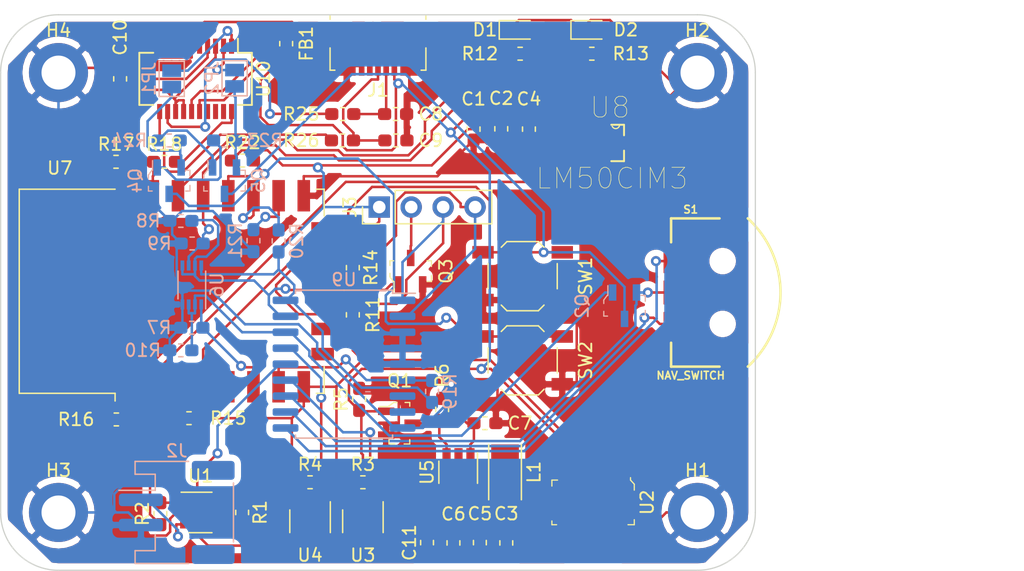
<source format=kicad_pcb>
(kicad_pcb (version 20171130) (host pcbnew "(5.1.6)-1")
  (layers (0 F.Cu signal) (31 B.Cu signal) (34 B.Paste user) (35 F.Paste user) (36 B.SilkS user) (37 F.SilkS user) (38 B.Mask user) (39 F.Mask user) (44 Edge.Cuts user))
  (net 0 "")
  (net 1 GND)
  (net 2 V_USB)
  (net 3 3.3V)
  (net 4 V_BATT)
  (net 5 USBDM)
  (net 6 USBDP)
  (net 7 /USB/VCCIO)
  (net 8 "Net-(D1-Pad2)")
  (net 9 "Net-(D2-Pad2)")
  (net 10 "Net-(FB1-Pad1)")
  (net 11 /Processor/SDA)
  (net 12 /Processor/SCL)
  (net 13 "Net-(J3-Pad2)")
  (net 14 PRG_RX)
  (net 15 PRG_TX)
  (net 16 "Net-(JP1-Pad1)")
  (net 17 /USB/DTR)
  (net 18 "Net-(JP2-Pad1)")
  (net 19 /USB/RTS)
  (net 20 /Power/SW)
  (net 21 "Net-(Q1-Pad3)")
  (net 22 SLEEP_STS)
  (net 23 CENTER_BTN)
  (net 24 RST)
  (net 25 WAKE_STS)
  (net 26 "Net-(Q4-Pad1)")
  (net 27 FLASH)
  (net 28 "Net-(Q5-Pad1)")
  (net 29 "Net-(R1-Pad1)")
  (net 30 CHARGE_STS)
  (net 31 BATT_STS)
  (net 32 CHARGER_STS)
  (net 33 SLEEP_PIN)
  (net 34 HB_PIN)
  (net 35 BATT_PIN)
  (net 36 "Net-(R15-Pad2)")
  (net 37 RADIO_TX)
  (net 38 RADIO_RX)
  (net 39 EXP_RST)
  (net 40 "Net-(R20-Pad2)")
  (net 41 "Net-(R21-Pad1)")
  (net 42 "Net-(R25-Pad1)")
  (net 43 "Net-(R26-Pad1)")
  (net 44 DOWN_BTN)
  (net 45 UP_BTN)
  (net 46 /Processor/TEMP_PIN)
  (module LM50CIM3:SOT95P260X110-3N (layer F.Cu) (at 157.9 86.7)
    (fp_text reference U8 (at -0.45775 -2.82278) (layer F.SilkS) (effects (font (size 1.64196 1.64196) (thickness 0.05))))
    (fp_text value LM50CIM3 (at -0.30516 2.82273) (layer F.SilkS) (effects (font (size 1.64194 1.64194) (thickness 0.05))))
    (pad 3 smd rect (at 1.1684 0) (size 1.143 0.5588) (layers F.Cu F.Paste F.Mask) (net 1 GND))
    (pad 2 smd rect (at -1.1684 0.9652) (size 1.143 0.5588) (layers F.Cu F.Paste F.Mask) (net 46 /Processor/TEMP_PIN))
    (pad 1 smd rect (at -1.1684 -0.9652) (size 1.143 0.5588) (layers F.Cu F.Paste F.Mask) (net 3 3.3V))
  )
  (module Switches:NAV_SWITCH (layer F.Cu) (at 166.4 98.6 270)
    (fp_text reference S1 (at -6.604 2.54 180) (layer F.SilkS) (effects (font (size 0.6096 0.6096) (thickness 0.127))))
    (fp_text value NAV_SWITCH (at 6.604 2.54 180) (layer F.SilkS) (effects (font (size 0.6096 0.6096) (thickness 0.127))))
    (pad "" np_thru_hole circle (at 2.49936 0 270) (size 1.09982 1.09982) (drill 1.09982) (layers *.Cu *.Mask))
    (pad "" np_thru_hole circle (at -2.49936 0 270) (size 1.09982 1.09982) (drill 1.09982) (layers *.Cu *.Mask))
    (pad T smd rect (at 0 3.79984 270) (size 1.89992 1.79832) (layers F.Cu F.Paste F.Mask) (net 23 CENTER_BTN))
    (pad NC smd rect (at -5.3975 -0.94996 270) (size 1.59766 1.4986) (layers F.Cu F.Paste F.Mask))
    (pad C smd rect (at 5.3975 -0.94996 270) (size 1.59766 1.4986) (layers F.Cu F.Paste F.Mask) (net 1 GND))
    (pad 2 smd rect (at 2.49936 3.79984 270) (size 1.89992 1.79832) (layers F.Cu F.Paste F.Mask) (net 44 DOWN_BTN))
    (pad 1 smd rect (at -2.49936 3.79984 270) (size 1.89992 1.79832) (layers F.Cu F.Paste F.Mask) (net 45 UP_BTN))
  )
  (module Package_SO:SSOP-20_3.9x8.7mm_P0.635mm (layer F.Cu) (at 124.5 81.6 270)
    (fp_text reference U10 (at 0 -5.4 90) (layer F.SilkS))
    (fp_text value FT231XS)
    (pad 20 smd rect (at 2.6 -2.8575 270) (size 1.2 0.4) (layers F.Cu F.Paste F.Mask) (net 15 PRG_TX))
    (pad 19 smd rect (at 2.6 -2.2225 270) (size 1.2 0.4) (layers F.Cu F.Paste F.Mask))
    (pad 18 smd rect (at 2.6 -1.5875 270) (size 1.2 0.4) (layers F.Cu F.Paste F.Mask))
    (pad 17 smd rect (at 2.6 -0.9525 270) (size 1.2 0.4) (layers F.Cu F.Paste F.Mask))
    (pad 16 smd rect (at 2.6 -0.3175 270) (size 1.2 0.4) (layers F.Cu F.Paste F.Mask) (net 1 GND))
    (pad 15 smd rect (at 2.6 0.3175 270) (size 1.2 0.4) (layers F.Cu F.Paste F.Mask) (net 10 "Net-(FB1-Pad1)"))
    (pad 14 smd rect (at 2.6 0.9525 270) (size 1.2 0.4) (layers F.Cu F.Paste F.Mask) (net 7 /USB/VCCIO))
    (pad 13 smd rect (at 2.6 1.5875 270) (size 1.2 0.4) (layers F.Cu F.Paste F.Mask) (net 7 /USB/VCCIO))
    (pad 12 smd rect (at 2.6 2.2225 270) (size 1.2 0.4) (layers F.Cu F.Paste F.Mask) (net 42 "Net-(R25-Pad1)"))
    (pad 11 smd rect (at 2.6 2.8575 270) (size 1.2 0.4) (layers F.Cu F.Paste F.Mask) (net 43 "Net-(R26-Pad1)"))
    (pad 10 smd rect (at -2.6 2.8575 270) (size 1.2 0.4) (layers F.Cu F.Paste F.Mask))
    (pad 9 smd rect (at -2.6 2.2225 270) (size 1.2 0.4) (layers F.Cu F.Paste F.Mask))
    (pad 8 smd rect (at -2.6 1.5875 270) (size 1.2 0.4) (layers F.Cu F.Paste F.Mask))
    (pad 7 smd rect (at -2.6 0.9525 270) (size 1.2 0.4) (layers F.Cu F.Paste F.Mask))
    (pad 6 smd rect (at -2.6 0.3175 270) (size 1.2 0.4) (layers F.Cu F.Paste F.Mask) (net 1 GND))
    (pad 5 smd rect (at -2.6 -0.3175 270) (size 1.2 0.4) (layers F.Cu F.Paste F.Mask))
    (pad 4 smd rect (at -2.6 -0.9525 270) (size 1.2 0.4) (layers F.Cu F.Paste F.Mask) (net 14 PRG_RX))
    (pad 3 smd rect (at -2.6 -1.5875 270) (size 1.2 0.4) (layers F.Cu F.Paste F.Mask) (net 7 /USB/VCCIO))
    (pad 2 smd rect (at -2.6 -2.2225 270) (size 1.2 0.4) (layers F.Cu F.Paste F.Mask) (net 18 "Net-(JP2-Pad1)"))
    (pad 1 smd rect (at -2.6 -2.8575 270) (size 1.2 0.4) (layers F.Cu F.Paste F.Mask) (net 16 "Net-(JP1-Pad1)"))
  )
  (module Package_SO:SOIC-18W_7.5x11.6mm_P1.27mm (layer B.Cu) (at 136.3 104.3 180)
    (fp_text reference U9 (at 0 6.72 180) (layer B.SilkS) (effects (justify mirror)))
    (fp_text value MCP23008-E_P)
    (pad 18 smd roundrect (at 4.65 5.08 180) (size 2.05 0.6) (layers B.Cu B.Paste B.Mask) (net 3 3.3V))
    (pad 17 smd roundrect (at 4.65 3.81 180) (size 2.05 0.6) (layers B.Cu B.Paste B.Mask) (net 25 WAKE_STS))
    (pad 16 smd roundrect (at 4.65 2.54 180) (size 2.05 0.6) (layers B.Cu B.Paste B.Mask) (net 22 SLEEP_STS))
    (pad 15 smd roundrect (at 4.65 1.27 180) (size 2.05 0.6) (layers B.Cu B.Paste B.Mask) (net 32 CHARGER_STS))
    (pad 14 smd roundrect (at 4.65 0 180) (size 2.05 0.6) (layers B.Cu B.Paste B.Mask) (net 30 CHARGE_STS))
    (pad 13 smd roundrect (at 4.65 -1.27 180) (size 2.05 0.6) (layers B.Cu B.Paste B.Mask) (net 31 BATT_STS))
    (pad 12 smd roundrect (at 4.65 -2.54 180) (size 2.05 0.6) (layers B.Cu B.Paste B.Mask) (net 23 CENTER_BTN))
    (pad 11 smd roundrect (at 4.65 -3.81 180) (size 2.05 0.6) (layers B.Cu B.Paste B.Mask) (net 44 DOWN_BTN))
    (pad 10 smd roundrect (at 4.65 -5.08 180) (size 2.05 0.6) (layers B.Cu B.Paste B.Mask) (net 45 UP_BTN))
    (pad 9 smd roundrect (at -4.65 -5.08 180) (size 2.05 0.6) (layers B.Cu B.Paste B.Mask) (net 1 GND))
    (pad 8 smd roundrect (at -4.65 -3.81 180) (size 2.05 0.6) (layers B.Cu B.Paste B.Mask))
    (pad 7 smd roundrect (at -4.65 -2.54 180) (size 2.05 0.6) (layers B.Cu B.Paste B.Mask))
    (pad 6 smd roundrect (at -4.65 -1.27 180) (size 2.05 0.6) (layers B.Cu B.Paste B.Mask) (net 39 EXP_RST))
    (pad 5 smd roundrect (at -4.65 0 180) (size 2.05 0.6) (layers B.Cu B.Paste B.Mask) (net 1 GND))
    (pad 4 smd roundrect (at -4.65 1.27 180) (size 2.05 0.6) (layers B.Cu B.Paste B.Mask) (net 1 GND))
    (pad 3 smd roundrect (at -4.65 2.54 180) (size 2.05 0.6) (layers B.Cu B.Paste B.Mask) (net 1 GND))
    (pad 2 smd roundrect (at -4.65 3.81 180) (size 2.05 0.6) (layers B.Cu B.Paste B.Mask) (net 11 /Processor/SDA))
    (pad 1 smd roundrect (at -4.65 5.08 180) (size 2.05 0.6) (layers B.Cu B.Paste B.Mask) (net 12 /Processor/SCL))
  )
  (module RF_Module:ESP-12E (layer F.Cu) (at 122.6 98.5 90)
    (fp_text reference U7 (at 9.8 -8.9 180) (layer F.SilkS))
    (fp_text value ESP-12F)
    (pad 22 smd rect (at 7.6 -3.5 90) (size 2.5 1) (layers F.Cu F.Paste F.Mask) (net 37 RADIO_TX))
    (pad 21 smd rect (at 7.6 -1.5 90) (size 2.5 1) (layers F.Cu F.Paste F.Mask) (net 38 RADIO_RX))
    (pad 20 smd rect (at 7.6 0.5 90) (size 2.5 1) (layers F.Cu F.Paste F.Mask) (net 35 BATT_PIN))
    (pad 19 smd rect (at 7.6 2.5 90) (size 2.5 1) (layers F.Cu F.Paste F.Mask) (net 34 HB_PIN))
    (pad 18 smd rect (at 7.6 4.5 90) (size 2.5 1) (layers F.Cu F.Paste F.Mask) (net 27 FLASH))
    (pad 17 smd rect (at 7.6 6.5 90) (size 2.5 1) (layers F.Cu F.Paste F.Mask) (net 40 "Net-(R20-Pad2)"))
    (pad 16 smd rect (at 7.6 8.5 90) (size 2.5 1) (layers F.Cu F.Paste F.Mask) (net 41 "Net-(R21-Pad1)"))
    (pad 15 smd rect (at 7.6 10.5 90) (size 2.5 1) (layers F.Cu F.Paste F.Mask) (net 1 GND))
    (pad 14 smd rect (at 5 12 90) (size 1 1.8) (layers F.Cu F.Paste F.Mask))
    (pad 13 smd rect (at 3 12 90) (size 1 1.8) (layers F.Cu F.Paste F.Mask))
    (pad 12 smd rect (at 1 12 90) (size 1 1.8) (layers F.Cu F.Paste F.Mask) (net 11 /Processor/SDA))
    (pad 11 smd rect (at -1 12 90) (size 1 1.8) (layers F.Cu F.Paste F.Mask) (net 12 /Processor/SCL))
    (pad 10 smd rect (at -3 12 90) (size 1 1.8) (layers F.Cu F.Paste F.Mask))
    (pad 9 smd rect (at -5 12 90) (size 1 1.8) (layers F.Cu F.Paste F.Mask))
    (pad 8 smd rect (at -7.6 10.5 90) (size 2.5 1) (layers F.Cu F.Paste F.Mask) (net 3 3.3V))
    (pad 7 smd rect (at -7.6 8.5 90) (size 2.5 1) (layers F.Cu F.Paste F.Mask) (net 39 EXP_RST))
    (pad 6 smd rect (at -7.6 6.5 90) (size 2.5 1) (layers F.Cu F.Paste F.Mask) (net 33 SLEEP_PIN))
    (pad 5 smd rect (at -7.6 4.5 90) (size 2.5 1) (layers F.Cu F.Paste F.Mask))
    (pad 4 smd rect (at -7.6 2.5 90) (size 2.5 1) (layers F.Cu F.Paste F.Mask) (net 24 RST))
    (pad 3 smd rect (at -7.6 0.5 90) (size 2.5 1) (layers F.Cu F.Paste F.Mask) (net 36 "Net-(R15-Pad2)"))
    (pad 2 smd rect (at -7.6 -1.5 90) (size 2.5 1) (layers F.Cu F.Paste F.Mask) (net 46 /Processor/TEMP_PIN))
    (pad 1 smd rect (at -7.6 -3.5 90) (size 2.5 1) (layers F.Cu F.Paste F.Mask) (net 24 RST))
  )
  (module Package_SO:VSSOP-8_2.3x2mm_P0.5mm (layer B.Cu) (at 124.2 98 90)
    (fp_text reference U6 (at 0 2 270) (layer B.SilkS) (effects (justify mirror)))
    (fp_text value 74LVC2G02)
    (pad 8 smd rect (at 1.55 0.75 180) (size 0.3 0.8) (layers B.Cu B.Paste B.Mask) (net 3 3.3V))
    (pad 7 smd rect (at 1.55 0.25 180) (size 0.3 0.8) (layers B.Cu B.Paste B.Mask) (net 25 WAKE_STS))
    (pad 6 smd rect (at 1.55 -0.25 180) (size 0.3 0.8) (layers B.Cu B.Paste B.Mask) (net 34 HB_PIN))
    (pad 5 smd rect (at 1.55 -0.75 180) (size 0.3 0.8) (layers B.Cu B.Paste B.Mask) (net 25 WAKE_STS))
    (pad 4 smd rect (at -1.55 -0.75 180) (size 0.3 0.8) (layers B.Cu B.Paste B.Mask) (net 1 GND))
    (pad 3 smd rect (at -1.55 -0.25 180) (size 0.3 0.8) (layers B.Cu B.Paste B.Mask) (net 22 SLEEP_STS))
    (pad 2 smd rect (at -1.55 0.25 180) (size 0.3 0.8) (layers B.Cu B.Paste B.Mask) (net 22 SLEEP_STS))
    (pad 1 smd rect (at -1.55 0.75 180) (size 0.3 0.8) (layers B.Cu B.Paste B.Mask) (net 33 SLEEP_PIN))
  )
  (module Package_TO_SOT_SMD:TSOT-23-5 (layer F.Cu) (at 145.4 112.9 270)
    (fp_text reference U5 (at 0 2.5 90) (layer F.SilkS))
    (fp_text value LM3671MF)
    (pad 5 smd rect (at 1.31 -0.95 270) (size 1.22 0.65) (layers F.Cu F.Paste F.Mask) (net 20 /Power/SW))
    (pad 4 smd rect (at 1.31 0.95 270) (size 1.22 0.65) (layers F.Cu F.Paste F.Mask) (net 3 3.3V))
    (pad 3 smd rect (at -1.31 0.95 270) (size 1.22 0.65) (layers F.Cu F.Paste F.Mask) (net 21 "Net-(Q1-Pad3)"))
    (pad 2 smd rect (at -1.31 0 270) (size 1.22 0.65) (layers F.Cu F.Paste F.Mask) (net 1 GND))
    (pad 1 smd rect (at -1.31 -0.95 270) (size 1.22 0.65) (layers F.Cu F.Paste F.Mask) (net 4 V_BATT))
  )
  (module Package_TO_SOT_SMD:SOT-23-5 (layer F.Cu) (at 133.6 116.8 270)
    (fp_text reference U4 (at 2.7 0 180) (layer F.SilkS))
    (fp_text value BD48ExxG)
    (pad 5 smd rect (at 1.1 -0.95 270) (size 1.06 0.65) (layers F.Cu F.Paste F.Mask))
    (pad 4 smd rect (at 1.1 0.95 270) (size 1.06 0.65) (layers F.Cu F.Paste F.Mask))
    (pad 3 smd rect (at -1.1 0.95 270) (size 1.06 0.65) (layers F.Cu F.Paste F.Mask) (net 1 GND))
    (pad 2 smd rect (at -1.1 0 270) (size 1.06 0.65) (layers F.Cu F.Paste F.Mask) (net 2 V_USB))
    (pad 1 smd rect (at -1.1 -0.95 270) (size 1.06 0.65) (layers F.Cu F.Paste F.Mask) (net 32 CHARGER_STS))
  )
  (module Package_TO_SOT_SMD:SOT-23-5 (layer F.Cu) (at 137.8 116.8 270)
    (fp_text reference U3 (at 2.7 0 180) (layer F.SilkS))
    (fp_text value BD48ExxG)
    (pad 5 smd rect (at 1.1 -0.95 270) (size 1.06 0.65) (layers F.Cu F.Paste F.Mask))
    (pad 4 smd rect (at 1.1 0.95 270) (size 1.06 0.65) (layers F.Cu F.Paste F.Mask))
    (pad 3 smd rect (at -1.1 0.95 270) (size 1.06 0.65) (layers F.Cu F.Paste F.Mask) (net 1 GND))
    (pad 2 smd rect (at -1.1 0 270) (size 1.06 0.65) (layers F.Cu F.Paste F.Mask) (net 4 V_BATT))
    (pad 1 smd rect (at -1.1 -0.95 270) (size 1.06 0.65) (layers F.Cu F.Paste F.Mask) (net 31 BATT_STS))
  )
  (module digikey-footprints:SOT-223 (layer F.Cu) (at 156.1 115.3 180)
    (fp_text reference U2 (at -4.3 0 90) (layer F.SilkS))
    (fp_text value LD1117S33CTR)
    (pad 4 smd rect (at 0 -3.15 180) (size 3.8 2.2) (layers F.Cu F.Paste F.Mask) (net 3 3.3V))
    (pad 1 smd rect (at -2.3 3.15 180) (size 1.5 2.2) (layers F.Cu F.Paste F.Mask) (net 1 GND))
    (pad 2 smd rect (at 0 3.15 180) (size 1.5 2.2) (layers F.Cu F.Paste F.Mask) (net 3 3.3V))
    (pad 3 smd rect (at 2.3 3.15 180) (size 1.5 2.2) (layers F.Cu F.Paste F.Mask) (net 2 V_USB))
  )
  (module Package_TO_SOT_SMD:SOT-23-5 (layer F.Cu) (at 124.9 116.1)
    (fp_text reference U1 (at 0 -2.9) (layer F.SilkS))
    (fp_text value MCP73831-2-OT)
    (pad 5 smd rect (at 1.1 -0.95) (size 1.06 0.65) (layers F.Cu F.Paste F.Mask) (net 29 "Net-(R1-Pad1)"))
    (pad 4 smd rect (at 1.1 0.95) (size 1.06 0.65) (layers F.Cu F.Paste F.Mask) (net 2 V_USB))
    (pad 3 smd rect (at -1.1 0.95) (size 1.06 0.65) (layers F.Cu F.Paste F.Mask) (net 4 V_BATT))
    (pad 2 smd rect (at -1.1 0) (size 1.06 0.65) (layers F.Cu F.Paste F.Mask) (net 1 GND))
    (pad 1 smd rect (at -1.1 -0.95) (size 1.06 0.65) (layers F.Cu F.Paste F.Mask) (net 30 CHARGE_STS))
  )
  (module Button_Switch_SMD:SW_SPST_TL3342 (layer F.Cu) (at 150.5 104)
    (fp_text reference SW2 (at 5 0 90) (layer F.SilkS))
    (fp_text value SW_Push)
    (pad 2 smd rect (at 3.15 1.9) (size 1.7 1) (layers F.Cu F.Paste F.Mask) (net 1 GND))
    (pad 2 smd rect (at -3.15 1.9) (size 1.7 1) (layers F.Cu F.Paste F.Mask) (net 1 GND))
    (pad 1 smd rect (at 3.15 -1.9) (size 1.7 1) (layers F.Cu F.Paste F.Mask) (net 27 FLASH))
    (pad 1 smd rect (at -3.15 -1.9) (size 1.7 1) (layers F.Cu F.Paste F.Mask) (net 27 FLASH))
  )
  (module Button_Switch_SMD:SW_SPST_TL3342 (layer F.Cu) (at 150.5 97.3)
    (fp_text reference SW1 (at 5 0 90) (layer F.SilkS))
    (fp_text value BTN_RST)
    (pad 2 smd rect (at 3.15 1.9) (size 1.7 1) (layers F.Cu F.Paste F.Mask) (net 1 GND))
    (pad 2 smd rect (at -3.15 1.9) (size 1.7 1) (layers F.Cu F.Paste F.Mask) (net 1 GND))
    (pad 1 smd rect (at 3.15 -1.9) (size 1.7 1) (layers F.Cu F.Paste F.Mask) (net 24 RST))
    (pad 1 smd rect (at -3.15 -1.9) (size 1.7 1) (layers F.Cu F.Paste F.Mask) (net 24 RST))
  )
  (module Resistor_SMD:R_0603_1608Metric_Pad1.05x0.95mm_HandSolder (layer F.Cu) (at 136.175 86.5)
    (fp_text reference R26 (at -3.275 0) (layer F.SilkS))
    (fp_text value 27)
    (pad 2 smd roundrect (at 0.875 0) (size 1.05 0.95) (layers F.Cu F.Paste F.Mask) (net 6 USBDP))
    (pad 1 smd roundrect (at -0.875 0) (size 1.05 0.95) (layers F.Cu F.Paste F.Mask) (net 43 "Net-(R26-Pad1)"))
  )
  (module Resistor_SMD:R_0603_1608Metric_Pad1.05x0.95mm_HandSolder (layer F.Cu) (at 136.2 84.4)
    (fp_text reference R25 (at -3.3 0) (layer F.SilkS))
    (fp_text value 27)
    (pad 2 smd roundrect (at 0.875 0) (size 1.05 0.95) (layers F.Cu F.Paste F.Mask) (net 5 USBDM))
    (pad 1 smd roundrect (at -0.875 0) (size 1.05 0.95) (layers F.Cu F.Paste F.Mask) (net 42 "Net-(R25-Pad1)"))
  )
  (module Resistor_SMD:R_0603_1608Metric_Pad1.05x0.95mm_HandSolder (layer B.Cu) (at 122.4 86.5)
    (fp_text reference R24 (at -3.2 0) (layer B.SilkS) (effects (justify mirror)))
    (fp_text value 10k)
    (pad 2 smd roundrect (at 0.875 0) (size 1.05 0.95) (layers B.Cu B.Paste B.Mask) (net 17 /USB/DTR))
    (pad 1 smd roundrect (at -0.875 0) (size 1.05 0.95) (layers B.Cu B.Paste B.Mask) (net 28 "Net-(Q5-Pad1)"))
  )
  (module Resistor_SMD:R_0603_1608Metric_Pad1.05x0.95mm_HandSolder (layer B.Cu) (at 126.8 86.5)
    (fp_text reference R23 (at 3.2 0) (layer B.SilkS) (effects (justify mirror)))
    (fp_text value 10k)
    (pad 2 smd roundrect (at 0.875 0) (size 1.05 0.95) (layers B.Cu B.Paste B.Mask) (net 19 /USB/RTS))
    (pad 1 smd roundrect (at -0.875 0) (size 1.05 0.95) (layers B.Cu B.Paste B.Mask) (net 26 "Net-(Q4-Pad1)"))
  )
  (module Resistor_SMD:R_0603_1608Metric_Pad1.05x0.95mm_HandSolder (layer F.Cu) (at 128.225 88.1)
    (fp_text reference R22 (at 0 -1.43) (layer F.SilkS))
    (fp_text value 10k)
    (pad 2 smd roundrect (at 0.875 0) (size 1.05 0.95) (layers F.Cu F.Paste F.Mask) (net 27 FLASH))
    (pad 1 smd roundrect (at -0.875 0) (size 1.05 0.95) (layers F.Cu F.Paste F.Mask) (net 3 3.3V))
  )
  (module Resistor_SMD:R_0603_1608Metric_Pad1.05x0.95mm_HandSolder (layer B.Cu) (at 129.1 94.475 270)
    (fp_text reference R21 (at 0 1.43 90) (layer B.SilkS) (effects (justify mirror)))
    (fp_text value 10k)
    (pad 2 smd roundrect (at 0.875 0 270) (size 1.05 0.95) (layers B.Cu B.Paste B.Mask) (net 1 GND))
    (pad 1 smd roundrect (at -0.875 0 270) (size 1.05 0.95) (layers B.Cu B.Paste B.Mask) (net 41 "Net-(R21-Pad1)"))
  )
  (module Resistor_SMD:R_0603_1608Metric_Pad1.05x0.95mm_HandSolder (layer B.Cu) (at 131.1 94.5 90)
    (fp_text reference R20 (at 0 1.43 90) (layer B.SilkS) (effects (justify mirror)))
    (fp_text value 10k)
    (pad 2 smd roundrect (at 0.875 0 90) (size 1.05 0.95) (layers B.Cu B.Paste B.Mask) (net 40 "Net-(R20-Pad2)"))
    (pad 1 smd roundrect (at -0.875 0 90) (size 1.05 0.95) (layers B.Cu B.Paste B.Mask) (net 3 3.3V))
  )
  (module Resistor_SMD:R_0603_1608Metric_Pad1.05x0.95mm_HandSolder (layer B.Cu) (at 143.3 106.475 90)
    (fp_text reference R19 (at 0 1.43 90) (layer B.SilkS) (effects (justify mirror)))
    (fp_text value 10k)
    (pad 2 smd roundrect (at 0.875 0 90) (size 1.05 0.95) (layers B.Cu B.Paste B.Mask) (net 39 EXP_RST))
    (pad 1 smd roundrect (at -0.875 0 90) (size 1.05 0.95) (layers B.Cu B.Paste B.Mask) (net 3 3.3V))
  )
  (module Resistor_SMD:R_0603_1608Metric_Pad1.05x0.95mm_HandSolder (layer F.Cu) (at 122.025 88.2 180)
    (fp_text reference R18 (at 0.025 1.4) (layer F.SilkS))
    (fp_text value 1k)
    (pad 2 smd roundrect (at 0.875 0 180) (size 1.05 0.95) (layers F.Cu F.Paste F.Mask) (net 38 RADIO_RX))
    (pad 1 smd roundrect (at -0.875 0 180) (size 1.05 0.95) (layers F.Cu F.Paste F.Mask) (net 15 PRG_TX))
  )
  (module Resistor_SMD:R_0603_1608Metric_Pad1.05x0.95mm_HandSolder (layer F.Cu) (at 118.175 88.2)
    (fp_text reference R17 (at 0 -1.4) (layer F.SilkS))
    (fp_text value 1k)
    (pad 2 smd roundrect (at 0.875 0) (size 1.05 0.95) (layers F.Cu F.Paste F.Mask) (net 37 RADIO_TX))
    (pad 1 smd roundrect (at -0.875 0) (size 1.05 0.95) (layers F.Cu F.Paste F.Mask) (net 14 PRG_RX))
  )
  (module Resistor_SMD:R_0603_1608Metric_Pad1.05x0.95mm_HandSolder (layer F.Cu) (at 118.2 108.7)
    (fp_text reference R16 (at -3.2 0) (layer F.SilkS))
    (fp_text value 10k)
    (pad 2 smd roundrect (at 0.875 0) (size 1.05 0.95) (layers F.Cu F.Paste F.Mask) (net 24 RST))
    (pad 1 smd roundrect (at -0.875 0) (size 1.05 0.95) (layers F.Cu F.Paste F.Mask) (net 3 3.3V))
  )
  (module Resistor_SMD:R_0603_1608Metric_Pad1.05x0.95mm_HandSolder (layer F.Cu) (at 123.975 108.6 180)
    (fp_text reference R15 (at -3.125 0) (layer F.SilkS))
    (fp_text value 10k)
    (pad 2 smd roundrect (at 0.875 0 180) (size 1.05 0.95) (layers F.Cu F.Paste F.Mask) (net 36 "Net-(R15-Pad2)"))
    (pad 1 smd roundrect (at -0.875 0 180) (size 1.05 0.95) (layers F.Cu F.Paste F.Mask) (net 3 3.3V))
  )
  (module Resistor_SMD:R_0603_1608Metric_Pad1.05x0.95mm_HandSolder (layer F.Cu) (at 137 96.625 270)
    (fp_text reference R14 (at 0 -1.43 90) (layer F.SilkS))
    (fp_text value 4.7k)
    (pad 2 smd roundrect (at 0.875 0 270) (size 1.05 0.95) (layers F.Cu F.Paste F.Mask) (net 11 /Processor/SDA))
    (pad 1 smd roundrect (at -0.875 0 270) (size 1.05 0.95) (layers F.Cu F.Paste F.Mask) (net 3 3.3V))
  )
  (module Resistor_SMD:R_0603_1608Metric_Pad1.05x0.95mm_HandSolder (layer F.Cu) (at 156 79.6)
    (fp_text reference R13 (at 3.1 0) (layer F.SilkS))
    (fp_text value 100)
    (pad 2 smd roundrect (at 0.875 0) (size 1.05 0.95) (layers F.Cu F.Paste F.Mask) (net 35 BATT_PIN))
    (pad 1 smd roundrect (at -0.875 0) (size 1.05 0.95) (layers F.Cu F.Paste F.Mask) (net 9 "Net-(D2-Pad2)"))
  )
  (module Resistor_SMD:R_0603_1608Metric_Pad1.05x0.95mm_HandSolder (layer F.Cu) (at 150.3 79.6)
    (fp_text reference R12 (at -3.2 0) (layer F.SilkS))
    (fp_text value 100)
    (pad 2 smd roundrect (at 0.875 0) (size 1.05 0.95) (layers F.Cu F.Paste F.Mask) (net 8 "Net-(D1-Pad2)"))
    (pad 1 smd roundrect (at -0.875 0) (size 1.05 0.95) (layers F.Cu F.Paste F.Mask) (net 34 HB_PIN))
  )
  (module Resistor_SMD:R_0603_1608Metric_Pad1.05x0.95mm_HandSolder (layer F.Cu) (at 137 100.375 90)
    (fp_text reference R11 (at 0 1.6 90) (layer F.SilkS))
    (fp_text value 4.7k)
    (pad 2 smd roundrect (at 0.875 0 90) (size 1.05 0.95) (layers F.Cu F.Paste F.Mask) (net 12 /Processor/SCL))
    (pad 1 smd roundrect (at -0.875 0 90) (size 1.05 0.95) (layers F.Cu F.Paste F.Mask) (net 3 3.3V))
  )
  (module Resistor_SMD:R_0603_1608Metric_Pad1.05x0.95mm_HandSolder (layer B.Cu) (at 123.325 103.2 180)
    (fp_text reference R10 (at 3.025 0) (layer B.SilkS) (effects (justify mirror)))
    (fp_text value 10k)
    (pad 2 smd roundrect (at 0.875 0 180) (size 1.05 0.95) (layers B.Cu B.Paste B.Mask) (net 1 GND))
    (pad 1 smd roundrect (at -0.875 0 180) (size 1.05 0.95) (layers B.Cu B.Paste B.Mask) (net 22 SLEEP_STS))
  )
  (module Resistor_SMD:R_0603_1608Metric_Pad1.05x0.95mm_HandSolder (layer B.Cu) (at 124.225 94.7 180)
    (fp_text reference R9 (at 2.6 0) (layer B.SilkS) (effects (justify mirror)))
    (fp_text value 10k)
    (pad 2 smd roundrect (at 0.875 0 180) (size 1.05 0.95) (layers B.Cu B.Paste B.Mask) (net 1 GND))
    (pad 1 smd roundrect (at -0.875 0 180) (size 1.05 0.95) (layers B.Cu B.Paste B.Mask) (net 34 HB_PIN))
  )
  (module Resistor_SMD:R_0603_1608Metric_Pad1.05x0.95mm_HandSolder (layer B.Cu) (at 123.325 92.9 180)
    (fp_text reference R8 (at 2.6 0) (layer B.SilkS) (effects (justify mirror)))
    (fp_text value 10k)
    (pad 1 smd roundrect (at -0.875 0 180) (size 1.05 0.95) (layers B.Cu B.Paste B.Mask) (net 25 WAKE_STS))
    (pad 2 smd roundrect (at 0.875 0 180) (size 1.05 0.95) (layers B.Cu B.Paste B.Mask) (net 1 GND))
  )
  (module Resistor_SMD:R_0603_1608Metric_Pad1.05x0.95mm_HandSolder (layer B.Cu) (at 124.2 101.4 180)
    (fp_text reference R7 (at 2.6 0) (layer B.SilkS) (effects (justify mirror)))
    (fp_text value 10k)
    (pad 2 smd roundrect (at 0.875 0 180) (size 1.05 0.95) (layers B.Cu B.Paste B.Mask) (net 1 GND))
    (pad 1 smd roundrect (at -0.875 0 180) (size 1.05 0.95) (layers B.Cu B.Paste B.Mask) (net 33 SLEEP_PIN))
  )
  (module Resistor_SMD:R_0603_1608Metric_Pad1.05x0.95mm_HandSolder (layer F.Cu) (at 144.1 107.9 270)
    (fp_text reference R6 (at -2.7 0 90) (layer F.SilkS))
    (fp_text value 10k)
    (pad 2 smd roundrect (at 0.875 0 270) (size 1.05 0.95) (layers F.Cu F.Paste F.Mask) (net 21 "Net-(Q1-Pad3)"))
    (pad 1 smd roundrect (at -0.875 0 270) (size 1.05 0.95) (layers F.Cu F.Paste F.Mask) (net 4 V_BATT))
  )
  (module Resistor_SMD:R_0603_1608Metric_Pad1.05x0.95mm_HandSolder (layer F.Cu) (at 137.5 107.1 90)
    (fp_text reference R5 (at 0 -1.43 90) (layer F.SilkS))
    (fp_text value 10k)
    (pad 2 smd roundrect (at 0.875 0 90) (size 1.05 0.95) (layers F.Cu F.Paste F.Mask) (net 1 GND))
    (pad 1 smd roundrect (at -0.875 0 90) (size 1.05 0.95) (layers F.Cu F.Paste F.Mask) (net 2 V_USB))
  )
  (module Resistor_SMD:R_0603_1608Metric_Pad1.05x0.95mm_HandSolder (layer F.Cu) (at 133.6 113.7)
    (fp_text reference R4 (at 0 -1.43) (layer F.SilkS))
    (fp_text value 10k)
    (pad 2 smd roundrect (at 0.875 0) (size 1.05 0.95) (layers F.Cu F.Paste F.Mask) (net 32 CHARGER_STS))
    (pad 1 smd roundrect (at -0.875 0) (size 1.05 0.95) (layers F.Cu F.Paste F.Mask) (net 3 3.3V))
  )
  (module Resistor_SMD:R_0603_1608Metric_Pad1.05x0.95mm_HandSolder (layer F.Cu) (at 137.8 113.7)
    (fp_text reference R3 (at 0 -1.43) (layer F.SilkS))
    (fp_text value 10k)
    (pad 2 smd roundrect (at 0.875 0) (size 1.05 0.95) (layers F.Cu F.Paste F.Mask) (net 31 BATT_STS))
    (pad 1 smd roundrect (at -0.875 0) (size 1.05 0.95) (layers F.Cu F.Paste F.Mask) (net 3 3.3V))
  )
  (module Resistor_SMD:R_0603_1608Metric_Pad1.05x0.95mm_HandSolder (layer F.Cu) (at 121.7 116.2 90)
    (fp_text reference R2 (at 0 -1.43 90) (layer F.SilkS))
    (fp_text value 10k)
    (pad 2 smd roundrect (at 0.875 0 90) (size 1.05 0.95) (layers F.Cu F.Paste F.Mask) (net 30 CHARGE_STS))
    (pad 1 smd roundrect (at -0.875 0 90) (size 1.05 0.95) (layers F.Cu F.Paste F.Mask) (net 3 3.3V))
  )
  (module Resistor_SMD:R_0603_1608Metric_Pad1.05x0.95mm_HandSolder (layer F.Cu) (at 128.2 116.1 270)
    (fp_text reference R1 (at 0 -1.43 90) (layer F.SilkS))
    (fp_text value 2k)
    (pad 2 smd roundrect (at 0.875 0 270) (size 1.05 0.95) (layers F.Cu F.Paste F.Mask) (net 1 GND))
    (pad 1 smd roundrect (at -0.875 0 270) (size 1.05 0.95) (layers F.Cu F.Paste F.Mask) (net 29 "Net-(R1-Pad1)"))
  )
  (module digikey-footprints:SOT-23-3 (layer B.Cu) (at 126.8 89.7 270)
    (fp_text reference Q5 (at 0 -2.7 270) (layer B.SilkS) (effects (justify mirror)))
    (fp_text value MMBT2222A-TP)
    (pad 1 smd rect (at -1.05 0.95 270) (size 1.3 0.6) (layers B.Cu B.Paste B.Mask) (net 28 "Net-(Q5-Pad1)"))
    (pad 2 smd rect (at -1.05 -0.95 270) (size 1.3 0.6) (layers B.Cu B.Paste B.Mask) (net 19 /USB/RTS))
    (pad 3 smd rect (at 1.05 0 270) (size 1.3 0.6) (layers B.Cu B.Paste B.Mask) (net 24 RST))
  )
  (module digikey-footprints:SOT-23-3 (layer B.Cu) (at 122.4 89.7 270)
    (fp_text reference Q4 (at 0 2.7 90) (layer B.SilkS) (effects (justify mirror)))
    (fp_text value MMBT2222A-TP)
    (pad 1 smd rect (at -1.05 0.95 270) (size 1.3 0.6) (layers B.Cu B.Paste B.Mask) (net 26 "Net-(Q4-Pad1)"))
    (pad 2 smd rect (at -1.05 -0.95 270) (size 1.3 0.6) (layers B.Cu B.Paste B.Mask) (net 17 /USB/DTR))
    (pad 3 smd rect (at 1.05 0 270) (size 1.3 0.6) (layers B.Cu B.Paste B.Mask) (net 27 FLASH))
  )
  (module digikey-footprints:SOT-23-3 (layer F.Cu) (at 141.6 96.9 90)
    (fp_text reference Q3 (at 0 2.8 90) (layer F.SilkS))
    (fp_text value 2N7002)
    (pad 1 smd rect (at -1.05 -0.95 90) (size 1.3 0.6) (layers F.Cu F.Paste F.Mask) (net 25 WAKE_STS))
    (pad 2 smd rect (at -1.05 0.95 90) (size 1.3 0.6) (layers F.Cu F.Paste F.Mask) (net 1 GND))
    (pad 3 smd rect (at 1.05 0 90) (size 1.3 0.6) (layers F.Cu F.Paste F.Mask) (net 13 "Net-(J3-Pad2)"))
  )
  (module digikey-footprints:SOT-23-3 (layer B.Cu) (at 158.6 99.65 270)
    (fp_text reference Q2 (at 0.025 3.375 270) (layer B.SilkS) (effects (justify mirror)))
    (fp_text value 2N7002)
    (pad 1 smd rect (at -1.05 0.95 270) (size 1.3 0.6) (layers B.Cu B.Paste B.Mask) (net 22 SLEEP_STS))
    (pad 2 smd rect (at -1.05 -0.95 270) (size 1.3 0.6) (layers B.Cu B.Paste B.Mask) (net 23 CENTER_BTN))
    (pad 3 smd rect (at 1.05 0 270) (size 1.3 0.6) (layers B.Cu B.Paste B.Mask) (net 24 RST))
  )
  (module digikey-footprints:SOT-23-3 (layer F.Cu) (at 140.7 109)
    (fp_text reference Q1 (at 0.025 -3.375) (layer F.SilkS))
    (fp_text value 2N7002)
    (pad 1 smd rect (at -1.05 -0.95) (size 1.3 0.6) (layers F.Cu F.Paste F.Mask) (net 2 V_USB))
    (pad 2 smd rect (at -1.05 0.95) (size 1.3 0.6) (layers F.Cu F.Paste F.Mask) (net 1 GND))
    (pad 3 smd rect (at 1.05 0) (size 1.3 0.6) (layers F.Cu F.Paste F.Mask) (net 21 "Net-(Q1-Pad3)"))
  )
  (module Inductor_SMD:L_Taiyo-Yuden_NR-24xx_HandSoldering (layer F.Cu) (at 149.1 112.888 90)
    (fp_text reference L1 (at 0 2.3 90) (layer F.SilkS))
    (fp_text value 2.2u)
    (pad 2 smd rect (at 1.2875 0 90) (size 1.825 2.2) (layers F.Cu F.Paste F.Mask) (net 3 3.3V))
    (pad 1 smd rect (at -1.2875 0 90) (size 1.825 2.2) (layers F.Cu F.Paste F.Mask) (net 20 /Power/SW))
  )
  (module Jumper:SolderJumper-2_P1.3mm_Open_Pad1.0x1.5mm (layer B.Cu) (at 127.6 81.55 270)
    (fp_text reference JP2 (at 0 1.8 90) (layer B.SilkS) (effects (justify mirror)))
    (fp_text value Jumper_2_Open)
    (pad 1 smd rect (at -0.65 0 270) (size 1 1.5) (layers B.Cu B.Mask) (net 18 "Net-(JP2-Pad1)"))
    (pad 2 smd rect (at 0.65 0 270) (size 1 1.5) (layers B.Cu B.Mask) (net 19 /USB/RTS))
  )
  (module Jumper:SolderJumper-2_P1.3mm_Open_Pad1.0x1.5mm (layer B.Cu) (at 122.6 81.6 270)
    (fp_text reference JP1 (at 0 1.8 90) (layer B.SilkS) (effects (justify mirror)))
    (fp_text value Jumper_2_Open)
    (pad 1 smd rect (at -0.65 0 270) (size 1 1.5) (layers B.Cu B.Mask) (net 16 "Net-(JP1-Pad1)"))
    (pad 2 smd rect (at 0.65 0 270) (size 1 1.5) (layers B.Cu B.Mask) (net 17 /USB/DTR))
  )
  (module Connector_PinHeader_2.54mm:PinHeader_1x04_P2.54mm_Vertical (layer F.Cu) (at 139.1 91.8 90)
    (fp_text reference J3 (at 0 -2.33 90) (layer F.SilkS))
    (fp_text value LCD_HEADER)
    (pad 4 thru_hole oval (at 0 7.62 90) (size 1.7 1.7) (drill 1) (layers *.Cu *.Mask) (net 11 /Processor/SDA))
    (pad 3 thru_hole oval (at 0 5.08 90) (size 1.7 1.7) (drill 1) (layers *.Cu *.Mask) (net 12 /Processor/SCL))
    (pad 2 thru_hole oval (at 0 2.54 90) (size 1.7 1.7) (drill 1) (layers *.Cu *.Mask) (net 13 "Net-(J3-Pad2)"))
    (pad 1 thru_hole rect (at 0 0 90) (size 1.7 1.7) (drill 1) (layers *.Cu *.Mask) (net 3 3.3V))
  )
  (module Connector_JST:JST_PH_S2B-PH-SM4-TB_1x02-1MP_P2.00mm_Horizontal (layer B.Cu) (at 123 116.1 270)
    (fp_text reference J2 (at -4.9 0 180) (layer B.SilkS) (effects (justify mirror)))
    (fp_text value BATT_CONN)
    (pad MP smd roundrect (at 3.35 -2.9 270) (size 1.5 3.4) (layers B.Cu B.Paste B.Mask) (roundrect_rratio 0.166667))
    (pad MP smd roundrect (at -3.35 -2.9 270) (size 1.5 3.4) (layers B.Cu B.Paste B.Mask) (roundrect_rratio 0.166667))
    (pad 2 smd roundrect (at 1 2.85 270) (size 1 3.5) (layers B.Cu B.Paste B.Mask) (net 1 GND))
    (pad 1 smd roundrect (at -1 2.85 270) (size 1 3.5) (layers B.Cu B.Paste B.Mask) (net 4 V_BATT))
  )
  (module Connector_USB:USB_Micro-B_Molex_47346-0001 (layer F.Cu) (at 139 79.2 180)
    (fp_text reference J1 (at 0 -3.3 180) (layer F.SilkS))
    (fp_text value USB_B_Micro)
    (pad 6 smd rect (at 1.55 1.2 180) (size 1 1.9) (layers F.Cu F.Paste F.Mask) (net 1 GND))
    (pad 6 smd rect (at -1.15 1.2 180) (size 1.8 1.9) (layers F.Cu F.Paste F.Mask) (net 1 GND))
    (pad 6 smd rect (at 3.375 1.2 180) (size 1.65 1.3) (layers F.Cu F.Paste F.Mask) (net 1 GND))
    (pad 6 smd rect (at -3.375 1.2 180) (size 1.65 1.3) (layers F.Cu F.Paste F.Mask) (net 1 GND))
    (pad 6 smd rect (at 2.4875 -1.375 180) (size 1.425 1.55) (layers F.Cu F.Paste F.Mask) (net 1 GND))
    (pad 6 smd rect (at -2.4875 -1.375 180) (size 1.425 1.55) (layers F.Cu F.Paste F.Mask) (net 1 GND))
    (pad 5 smd rect (at 1.3 -1.46 180) (size 0.45 1.38) (layers F.Cu F.Paste F.Mask) (net 1 GND))
    (pad 4 smd rect (at 0.65 -1.46 180) (size 0.45 1.38) (layers F.Cu F.Paste F.Mask))
    (pad 3 smd rect (at 0 -1.46 180) (size 0.45 1.38) (layers F.Cu F.Paste F.Mask) (net 6 USBDP))
    (pad 2 smd rect (at -0.65 -1.46 180) (size 0.45 1.38) (layers F.Cu F.Paste F.Mask) (net 5 USBDM))
    (pad 1 smd rect (at -1.3 -1.46 180) (size 0.45 1.38) (layers F.Cu F.Paste F.Mask) (net 2 V_USB))
  )
  (module MountingHole:MountingHole_2.7mm_M2.5_DIN965_Pad (layer F.Cu) (at 113.6 81.1)
    (fp_text reference H4 (at 0 -3.35) (layer F.SilkS))
    (fp_text value MountingHole_Pad)
    (pad 1 thru_hole circle (at 0 0) (size 4.7 4.7) (drill 2.7) (layers *.Cu *.Mask) (net 1 GND))
  )
  (module MountingHole:MountingHole_2.7mm_M2.5_DIN965_Pad (layer F.Cu) (at 113.6 116.1)
    (fp_text reference H3 (at 0 -3.35) (layer F.SilkS))
    (fp_text value MountingHole_Pad)
    (pad 1 thru_hole circle (at 0 0) (size 4.7 4.7) (drill 2.7) (layers *.Cu *.Mask) (net 1 GND))
  )
  (module MountingHole:MountingHole_2.7mm_M2.5_DIN965_Pad (layer F.Cu) (at 164.4 81.1)
    (fp_text reference H2 (at 0 -3.35) (layer F.SilkS))
    (fp_text value MountingHole_Pad)
    (pad 1 thru_hole circle (at 0 0) (size 4.7 4.7) (drill 2.7) (layers *.Cu *.Mask) (net 1 GND))
  )
  (module MountingHole:MountingHole_2.7mm_M2.5_DIN965_Pad (layer F.Cu) (at 164.4 116.1)
    (fp_text reference H1 (at 0 -3.35) (layer F.SilkS))
    (fp_text value MountingHole_Pad)
    (pad 1 thru_hole circle (at 0 0) (size 4.7 4.7) (drill 2.7) (layers *.Cu *.Mask) (net 1 GND))
  )
  (module Resistor_SMD:R_0603_1608Metric_Pad1.05x0.95mm_HandSolder (layer F.Cu) (at 131.7 78.8 270)
    (fp_text reference FB1 (at 0 -1.6 90) (layer F.SilkS))
    (fp_text value Ferrite_Bead)
    (pad 2 smd roundrect (at 0.875 0 270) (size 1.05 0.95) (layers F.Cu F.Paste F.Mask) (net 2 V_USB))
    (pad 1 smd roundrect (at -0.875 0 270) (size 1.05 0.95) (layers F.Cu F.Paste F.Mask) (net 10 "Net-(FB1-Pad1)"))
  )
  (module LED_SMD:LED_0603_1608Metric_Pad1.05x0.95mm_HandSolder (layer F.Cu) (at 156 77.7)
    (fp_text reference D2 (at 2.7 0) (layer F.SilkS))
    (fp_text value BATT_LED)
    (pad 2 smd roundrect (at 0.875 0) (size 1.05 0.95) (layers F.Cu F.Paste F.Mask) (net 9 "Net-(D2-Pad2)"))
    (pad 1 smd roundrect (at -0.875 0) (size 1.05 0.95) (layers F.Cu F.Paste F.Mask) (net 1 GND))
  )
  (module LED_SMD:LED_0603_1608Metric_Pad1.05x0.95mm_HandSolder (layer F.Cu) (at 150.3 77.7)
    (fp_text reference D1 (at -2.8 0) (layer F.SilkS))
    (fp_text value HB_LED)
    (pad 2 smd roundrect (at 0.875 0) (size 1.05 0.95) (layers F.Cu F.Paste F.Mask) (net 8 "Net-(D1-Pad2)"))
    (pad 1 smd roundrect (at -0.875 0) (size 1.05 0.95) (layers F.Cu F.Paste F.Mask) (net 1 GND))
  )
  (module Capacitor_SMD:C_0603_1608Metric_Pad1.05x0.95mm_HandSolder (layer F.Cu) (at 142.9 118.5 270)
    (fp_text reference C11 (at 0 1.4 270) (layer F.SilkS))
    (fp_text value 10u)
    (pad 2 smd roundrect (at 0.875 0 270) (size 1.05 0.95) (layers F.Cu F.Paste F.Mask) (net 1 GND))
    (pad 1 smd roundrect (at -0.875 0 270) (size 1.05 0.95) (layers F.Cu F.Paste F.Mask) (net 3 3.3V))
  )
  (module Capacitor_SMD:C_0603_1608Metric_Pad1.05x0.95mm_HandSolder (layer F.Cu) (at 118.5 81.6 90)
    (fp_text reference C10 (at 3.3 0 90) (layer F.SilkS))
    (fp_text value 100n)
    (pad 2 smd roundrect (at 0.875 0 90) (size 1.05 0.95) (layers F.Cu F.Paste F.Mask) (net 1 GND))
    (pad 1 smd roundrect (at -0.875 0 90) (size 1.05 0.95) (layers F.Cu F.Paste F.Mask) (net 7 /USB/VCCIO))
  )
  (module Capacitor_SMD:C_0603_1608Metric_Pad1.05x0.95mm_HandSolder (layer F.Cu) (at 140.425 86.5)
    (fp_text reference C9 (at 2.775 0) (layer F.SilkS))
    (fp_text value 47p)
    (pad 2 smd roundrect (at 0.875 0) (size 1.05 0.95) (layers F.Cu F.Paste F.Mask) (net 1 GND))
    (pad 1 smd roundrect (at -0.875 0) (size 1.05 0.95) (layers F.Cu F.Paste F.Mask) (net 6 USBDP))
  )
  (module Capacitor_SMD:C_0603_1608Metric_Pad1.05x0.95mm_HandSolder (layer F.Cu) (at 140.4 84.4)
    (fp_text reference C8 (at 2.8 0) (layer F.SilkS))
    (fp_text value 47p)
    (pad 2 smd roundrect (at 0.875 0) (size 1.05 0.95) (layers F.Cu F.Paste F.Mask) (net 1 GND))
    (pad 1 smd roundrect (at -0.875 0) (size 1.05 0.95) (layers F.Cu F.Paste F.Mask) (net 5 USBDM))
  )
  (module Capacitor_SMD:C_0603_1608Metric_Pad1.05x0.95mm_HandSolder (layer F.Cu) (at 147.5 109)
    (fp_text reference C7 (at 2.8 0) (layer F.SilkS))
    (fp_text value 4.7u)
    (pad 2 smd roundrect (at 0.875 0) (size 1.05 0.95) (layers F.Cu F.Paste F.Mask) (net 1 GND))
    (pad 1 smd roundrect (at -0.875 0) (size 1.05 0.95) (layers F.Cu F.Paste F.Mask) (net 4 V_BATT))
  )
  (module Capacitor_SMD:C_0603_1608Metric_Pad1.05x0.95mm_HandSolder (layer F.Cu) (at 145 118.525 270)
    (fp_text reference C6 (at -2.3 0 180) (layer F.SilkS))
    (fp_text value 0.1u)
    (pad 2 smd roundrect (at 0.875 0 270) (size 1.05 0.95) (layers F.Cu F.Paste F.Mask) (net 1 GND))
    (pad 1 smd roundrect (at -0.875 0 270) (size 1.05 0.95) (layers F.Cu F.Paste F.Mask) (net 3 3.3V))
  )
  (module Capacitor_SMD:C_0603_1608Metric_Pad1.05x0.95mm_HandSolder (layer F.Cu) (at 147.1 118.5 270)
    (fp_text reference C5 (at -2.3 0 180) (layer F.SilkS))
    (fp_text value 1u)
    (pad 2 smd roundrect (at 0.875 0 270) (size 1.05 0.95) (layers F.Cu F.Paste F.Mask) (net 1 GND))
    (pad 1 smd roundrect (at -0.875 0 270) (size 1.05 0.95) (layers F.Cu F.Paste F.Mask) (net 3 3.3V))
  )
  (module Capacitor_SMD:C_0603_1608Metric_Pad1.05x0.95mm_HandSolder (layer F.Cu) (at 151 85.6 270)
    (fp_text reference C4 (at -2.4 0 180) (layer F.SilkS))
    (fp_text value 4.7u)
    (pad 2 smd roundrect (at 0.875 0 270) (size 1.05 0.95) (layers F.Cu F.Paste F.Mask) (net 1 GND))
    (pad 1 smd roundrect (at -0.875 0 270) (size 1.05 0.95) (layers F.Cu F.Paste F.Mask) (net 2 V_USB))
  )
  (module Capacitor_SMD:C_0603_1608Metric_Pad1.05x0.95mm_HandSolder (layer F.Cu) (at 149.2 118.525 270)
    (fp_text reference C3 (at -2.325 0 180) (layer F.SilkS))
    (fp_text value 10u)
    (pad 2 smd roundrect (at 0.875 0 270) (size 1.05 0.95) (layers F.Cu F.Paste F.Mask) (net 1 GND))
    (pad 1 smd roundrect (at -0.875 0 270) (size 1.05 0.95) (layers F.Cu F.Paste F.Mask) (net 3 3.3V))
  )
  (module Capacitor_SMD:C_0603_1608Metric_Pad1.05x0.95mm_HandSolder (layer F.Cu) (at 148.8 85.575 270)
    (fp_text reference C2 (at -2.425 0 180) (layer F.SilkS))
    (fp_text value 0.1u)
    (pad 2 smd roundrect (at 0.875 0 270) (size 1.05 0.95) (layers F.Cu F.Paste F.Mask) (net 1 GND))
    (pad 1 smd roundrect (at -0.875 0 270) (size 1.05 0.95) (layers F.Cu F.Paste F.Mask) (net 2 V_USB))
  )
  (module Capacitor_SMD:C_0603_1608Metric_Pad1.05x0.95mm_HandSolder (layer F.Cu) (at 146.6 85.6 270)
    (fp_text reference C1 (at -2.4 0 180) (layer F.SilkS))
    (fp_text value 1u)
    (pad 2 smd roundrect (at 0.875 0 270) (size 1.05 0.95) (layers F.Cu F.Paste F.Mask) (net 1 GND))
    (pad 1 smd roundrect (at -0.875 0 270) (size 1.05 0.95) (layers F.Cu F.Paste F.Mask) (net 2 V_USB))
  )
  (gr_line (start 109 81.1) (end 109 116.1) (layer Edge.Cuts) (width 0.1))
  (gr_line (start 169 81.1) (end 169 116.1) (layer Edge.Cuts) (width 0.1))
  (gr_arc (start 113.6 81.1) (end 113.6 76.5) (angle -90) (layer Edge.Cuts) (width 0.1))
  (gr_arc (start 113.6 116.1) (end 109 116.1) (angle -90) (layer Edge.Cuts) (width 0.1))
  (gr_arc (start 164.4 116.1) (end 164.4 120.7) (angle -90) (layer Edge.Cuts) (width 0.1))
  (gr_arc (start 164.4 81.1) (end 169 81.1) (angle -90) (layer Edge.Cuts) (width 0.1))
  (gr_line (start 113.6 120.7) (end 164.4 120.7) (layer Edge.Cuts) (width 0.1))
  (gr_line (start 164.4 76.5) (end 113.6 76.5) (layer Edge.Cuts) (width 0.1))
  (segment (start 140.95 109.38) (end 140.3094 109.38) (width 0.2) (layer B.Cu) (net 1))
  (segment (start 140.3094 109.38) (end 134.1643 103.2349) (width 0.2) (layer B.Cu) (net 1))
  (segment (start 134.1643 103.2349) (end 134.1643 102.6018) (width 0.2) (layer B.Cu) (net 1))
  (segment (start 134.1643 102.6018) (end 132.6875 101.125) (width 0.2) (layer B.Cu) (net 1))
  (segment (start 132.6875 101.125) (end 128.4246 101.125) (width 0.2) (layer B.Cu) (net 1))
  (segment (start 128.4246 101.125) (end 125.7489 98.4493) (width 0.2) (layer B.Cu) (net 1))
  (segment (start 125.7489 98.4493) (end 123.45 98.4493) (width 0.2) (layer B.Cu) (net 1))
  (segment (start 149.425 77.7) (end 143.8003 77.7) (width 0.2) (layer F.Cu) (net 1))
  (segment (start 143.8003 77.7) (end 143.5003 78) (width 0.2) (layer F.Cu) (net 1))
  (segment (start 155.125 77.7) (end 154.3487 76.9237) (width 0.2) (layer F.Cu) (net 1))
  (segment (start 154.3487 76.9237) (end 150.2013 76.9237) (width 0.2) (layer F.Cu) (net 1))
  (segment (start 150.2013 76.9237) (end 149.425 77.7) (width 0.2) (layer F.Cu) (net 1))
  (segment (start 142.375 78) (end 143.5003 78) (width 0.2) (layer F.Cu) (net 1))
  (segment (start 159.0684 86.7) (end 159.0684 94.9319) (width 0.2) (layer F.Cu) (net 1))
  (segment (start 159.0684 94.9319) (end 154.8003 99.2) (width 0.2) (layer F.Cu) (net 1))
  (segment (start 159.0684 86.555) (end 159.0684 86.7) (width 0.2) (layer F.Cu) (net 1))
  (segment (start 154.8003 105.9) (end 154.8003 99.2) (width 0.2) (layer F.Cu) (net 1))
  (segment (start 158.5237 109.6233) (end 154.8003 105.9) (width 0.2) (layer F.Cu) (net 1))
  (segment (start 153.65 99.2) (end 154.8003 99.2) (width 0.2) (layer F.Cu) (net 1))
  (segment (start 136.85 116.4302) (end 136.3495 116.9307) (width 0.2) (layer F.Cu) (net 1))
  (segment (start 136.3495 116.9307) (end 133.0504 116.9307) (width 0.2) (layer F.Cu) (net 1))
  (segment (start 133.0504 116.9307) (end 132.65 116.5303) (width 0.2) (layer F.Cu) (net 1))
  (segment (start 122.6369 92.9) (end 122.45 92.9) (width 0.2) (layer B.Cu) (net 1))
  (segment (start 123.35 94.7) (end 122.6369 93.9869) (width 0.2) (layer B.Cu) (net 1))
  (segment (start 122.6369 93.9869) (end 122.6369 92.9) (width 0.2) (layer B.Cu) (net 1))
  (segment (start 129.1 95.35) (end 125.8654 92.1154) (width 0.2) (layer B.Cu) (net 1))
  (segment (start 125.8654 92.1154) (end 123.4215 92.1154) (width 0.2) (layer B.Cu) (net 1))
  (segment (start 123.4215 92.1154) (end 122.6369 92.9) (width 0.2) (layer B.Cu) (net 1))
  (segment (start 113.6 81.1) (end 113.6 84.05) (width 0.2) (layer B.Cu) (net 1))
  (segment (start 113.6 84.05) (end 122.45 92.9) (width 0.2) (layer B.Cu) (net 1))
  (segment (start 136.85 115.7) (end 136.85 116.4302) (width 0.2) (layer F.Cu) (net 1))
  (segment (start 141.4875 78) (end 140.15 78) (width 0.2) (layer F.Cu) (net 1))
  (segment (start 142.375 78) (end 141.4875 78) (width 0.2) (layer F.Cu) (net 1))
  (segment (start 141.4875 78) (end 141.4875 80.575) (width 0.2) (layer F.Cu) (net 1))
  (segment (start 128.2 116.975) (end 132.2053 116.975) (width 0.2) (layer F.Cu) (net 1))
  (segment (start 132.2053 116.975) (end 132.65 116.5303) (width 0.2) (layer F.Cu) (net 1))
  (segment (start 124.6303 116.1) (end 124.6303 117.0245) (width 0.2) (layer F.Cu) (net 1))
  (segment (start 124.6303 117.0245) (end 125.2812 117.6754) (width 0.2) (layer F.Cu) (net 1))
  (segment (start 125.2812 117.6754) (end 127.4996 117.6754) (width 0.2) (layer F.Cu) (net 1))
  (segment (start 127.4996 117.6754) (end 128.2 116.975) (width 0.2) (layer F.Cu) (net 1))
  (segment (start 132.65 115.7) (end 132.65 116.5303) (width 0.2) (layer F.Cu) (net 1))
  (segment (start 132.4763 78) (end 132.4763 78.4904) (width 0.2) (layer F.Cu) (net 1))
  (segment (start 132.4763 78.4904) (end 132.1667 78.8) (width 0.2) (layer F.Cu) (net 1))
  (segment (start 132.1667 78.8) (end 131.2444 78.8) (width 0.2) (layer F.Cu) (net 1))
  (segment (start 131.2444 78.8) (end 126.7447 83.2997) (width 0.2) (layer F.Cu) (net 1))
  (segment (start 126.7447 83.2997) (end 124.8175 83.2997) (width 0.2) (layer F.Cu) (net 1))
  (segment (start 132.4763 78) (end 132.4763 77.3942) (width 0.2) (layer F.Cu) (net 1))
  (segment (start 132.4763 77.3942) (end 132.159 77.0769) (width 0.2) (layer F.Cu) (net 1))
  (segment (start 132.159 77.0769) (end 125.2053 77.0769) (width 0.2) (layer F.Cu) (net 1))
  (segment (start 125.2053 77.0769) (end 124.1825 78.0997) (width 0.2) (layer F.Cu) (net 1))
  (segment (start 134.4997 78) (end 132.4763 78) (width 0.2) (layer F.Cu) (net 1))
  (segment (start 124.8175 84.2) (end 124.8175 83.2997) (width 0.2) (layer F.Cu) (net 1))
  (segment (start 141.3 86.5) (end 141.3 84.425) (width 0.2) (layer F.Cu) (net 1))
  (segment (start 141.3 84.425) (end 141.275 84.4) (width 0.2) (layer F.Cu) (net 1))
  (segment (start 123.8 116.1) (end 124.6303 116.1) (width 0.2) (layer F.Cu) (net 1))
  (segment (start 123.3849 116.1) (end 123.8 116.1) (width 0.2) (layer F.Cu) (net 1))
  (segment (start 123.3849 116.1) (end 122.9697 116.1) (width 0.2) (layer F.Cu) (net 1))
  (segment (start 145 119.4) (end 142.925 119.4) (width 0.2) (layer F.Cu) (net 1))
  (segment (start 142.925 119.4) (end 142.9 119.375) (width 0.2) (layer F.Cu) (net 1))
  (segment (start 118.0315 116.1) (end 119.15 116.1) (width 0.2) (layer B.Cu) (net 1))
  (segment (start 119.15 116.1) (end 120.15 117.1) (width 0.2) (layer B.Cu) (net 1))
  (segment (start 113.6 116.1) (end 118.0315 116.1) (width 0.2) (layer B.Cu) (net 1))
  (segment (start 122.45 103.2) (end 122.45 110.2153) (width 0.2) (layer B.Cu) (net 1))
  (segment (start 122.45 110.2153) (end 118.0315 114.6338) (width 0.2) (layer B.Cu) (net 1))
  (segment (start 118.0315 114.6338) (end 118.0315 116.1) (width 0.2) (layer B.Cu) (net 1))
  (segment (start 123.325 101.4) (end 122.45 102.275) (width 0.2) (layer B.Cu) (net 1))
  (segment (start 122.45 102.275) (end 122.45 103.2) (width 0.2) (layer B.Cu) (net 1))
  (segment (start 149.2 119.4) (end 147.125 119.4) (width 0.2) (layer F.Cu) (net 1))
  (segment (start 147.125 119.4) (end 147.1 119.375) (width 0.2) (layer F.Cu) (net 1))
  (segment (start 161.4344 116.5846) (end 158.1686 119.8504) (width 0.2) (layer F.Cu) (net 1))
  (segment (start 158.1686 119.8504) (end 149.6504 119.8504) (width 0.2) (layer F.Cu) (net 1))
  (segment (start 149.6504 119.8504) (end 149.2 119.4) (width 0.2) (layer F.Cu) (net 1))
  (segment (start 140.95 104.3) (end 140.95 103.03) (width 0.2) (layer B.Cu) (net 1))
  (segment (start 144.5304 105.9) (end 144.5304 105.5327) (width 0.2) (layer B.Cu) (net 1))
  (segment (start 144.5304 105.5327) (end 143.2977 104.3) (width 0.2) (layer B.Cu) (net 1))
  (segment (start 143.2977 104.3) (end 140.95 104.3) (width 0.2) (layer B.Cu) (net 1))
  (segment (start 135.625 78) (end 136.7503 78) (width 0.2) (layer F.Cu) (net 1))
  (segment (start 137.45 78.6251) (end 137.3754 78.6251) (width 0.2) (layer F.Cu) (net 1))
  (segment (start 137.3754 78.6251) (end 136.7503 78) (width 0.2) (layer F.Cu) (net 1))
  (segment (start 137.45 78.6251) (end 137.45 79.2503) (width 0.2) (layer F.Cu) (net 1))
  (segment (start 137.45 78) (end 137.45 78.6251) (width 0.2) (layer F.Cu) (net 1))
  (segment (start 124.1825 79) (end 124.1825 78.0997) (width 0.2) (layer F.Cu) (net 1))
  (segment (start 135.625 78) (end 134.4997 78) (width 0.2) (layer F.Cu) (net 1))
  (segment (start 133.1 90.9) (end 133.1 89.3497) (width 0.2) (layer F.Cu) (net 1))
  (segment (start 146.6 86.475) (end 143.7253 89.3497) (width 0.2) (layer F.Cu) (net 1))
  (segment (start 143.7253 89.3497) (end 133.1 89.3497) (width 0.2) (layer F.Cu) (net 1))
  (segment (start 148.8 86.45) (end 146.625 86.45) (width 0.2) (layer F.Cu) (net 1))
  (segment (start 146.625 86.45) (end 146.6 86.475) (width 0.2) (layer F.Cu) (net 1))
  (segment (start 113.6 116.1) (end 115.4379 117.9379) (width 0.2) (layer F.Cu) (net 1))
  (segment (start 115.4379 117.9379) (end 122.1759 117.9379) (width 0.2) (layer F.Cu) (net 1))
  (segment (start 122.1759 117.9379) (end 122.4763 117.6375) (width 0.2) (layer F.Cu) (net 1))
  (segment (start 122.4763 117.6375) (end 122.4763 116.5934) (width 0.2) (layer F.Cu) (net 1))
  (segment (start 122.4763 116.5934) (end 122.9697 116.1) (width 0.2) (layer F.Cu) (net 1))
  (segment (start 140.653 106.6245) (end 137.8995 106.6245) (width 0.2) (layer F.Cu) (net 1))
  (segment (start 137.8995 106.6245) (end 137.5 106.225) (width 0.2) (layer F.Cu) (net 1))
  (segment (start 144.8243 105.9) (end 141.3775 105.9) (width 0.2) (layer F.Cu) (net 1))
  (segment (start 141.3775 105.9) (end 140.653 106.6245) (width 0.2) (layer F.Cu) (net 1))
  (segment (start 140.653 106.6245) (end 140.653 109.8133) (width 0.2) (layer F.Cu) (net 1))
  (segment (start 140.653 109.8133) (end 140.5163 109.95) (width 0.2) (layer F.Cu) (net 1))
  (segment (start 140.5163 109.95) (end 140.6003 109.95) (width 0.2) (layer F.Cu) (net 1))
  (segment (start 139.65 109.95) (end 140.5163 109.95) (width 0.2) (layer F.Cu) (net 1))
  (segment (start 146.1997 105.9) (end 144.8243 105.9) (width 0.2) (layer F.Cu) (net 1))
  (segment (start 158.5237 109.6233) (end 164.1495 103.9975) (width 0.2) (layer F.Cu) (net 1))
  (segment (start 164.1495 103.9975) (end 166.3004 103.9975) (width 0.2) (layer F.Cu) (net 1))
  (segment (start 158.4 110.7497) (end 158.4 109.747) (width 0.2) (layer F.Cu) (net 1))
  (segment (start 158.4 109.747) (end 158.5237 109.6233) (width 0.2) (layer F.Cu) (net 1))
  (segment (start 153.65 105.9) (end 154.8003 105.9) (width 0.2) (layer F.Cu) (net 1))
  (segment (start 144.5304 105.9) (end 144.8243 105.9) (width 0.2) (layer B.Cu) (net 1))
  (segment (start 144.5304 105.9) (end 144.5304 107.414) (width 0.2) (layer B.Cu) (net 1))
  (segment (start 144.5304 107.414) (end 142.5644 109.38) (width 0.2) (layer B.Cu) (net 1))
  (segment (start 142.5644 109.38) (end 140.95 109.38) (width 0.2) (layer B.Cu) (net 1))
  (segment (start 147.35 105.9) (end 146.1997 105.9) (width 0.2) (layer F.Cu) (net 1))
  (segment (start 141.4875 80.575) (end 141.4875 84.1875) (width 0.2) (layer F.Cu) (net 1))
  (segment (start 141.4875 84.1875) (end 141.275 84.4) (width 0.2) (layer F.Cu) (net 1))
  (segment (start 123.45 98.4493) (end 122.998 97.9973) (width 0.2) (layer B.Cu) (net 1))
  (segment (start 122.998 97.9973) (end 122.998 95.052) (width 0.2) (layer B.Cu) (net 1))
  (segment (start 122.998 95.052) (end 123.35 94.7) (width 0.2) (layer B.Cu) (net 1))
  (segment (start 123.45 98.4493) (end 123.45 98.8497) (width 0.2) (layer B.Cu) (net 1))
  (segment (start 167.35 103.9975) (end 166.3004 103.9975) (width 0.2) (layer F.Cu) (net 1))
  (segment (start 159.0684 86.555) (end 159.0684 86.4101) (width 0.2) (layer F.Cu) (net 1))
  (segment (start 147.35 99.2) (end 146.1997 99.2) (width 0.2) (layer F.Cu) (net 1))
  (segment (start 146.1997 99.2) (end 144.9497 97.95) (width 0.2) (layer F.Cu) (net 1))
  (segment (start 144.9497 97.95) (end 142.55 97.95) (width 0.2) (layer F.Cu) (net 1))
  (segment (start 153.65 99.2) (end 147.35 99.2) (width 0.2) (layer F.Cu) (net 1))
  (segment (start 159.0684 86.4101) (end 151.0649 86.4101) (width 0.2) (layer F.Cu) (net 1))
  (segment (start 151.0649 86.4101) (end 151 86.475) (width 0.2) (layer F.Cu) (net 1))
  (segment (start 159.0684 86.4101) (end 159.0684 86.1203) (width 0.2) (layer F.Cu) (net 1))
  (segment (start 162.8527 82.336) (end 159.0684 86.1203) (width 0.2) (layer F.Cu) (net 1))
  (segment (start 164.4 81.1) (end 164.3785 81.1) (width 0.2) (layer F.Cu) (net 1))
  (segment (start 164.3785 81.1) (end 163.82 81.6585) (width 0.2) (layer F.Cu) (net 1))
  (segment (start 163.82 81.6585) (end 163.5302 81.6585) (width 0.2) (layer F.Cu) (net 1))
  (segment (start 163.5302 81.6585) (end 162.8527 82.336) (width 0.2) (layer F.Cu) (net 1))
  (segment (start 162.8527 82.336) (end 157.4388 76.9222) (width 0.2) (layer F.Cu) (net 1))
  (segment (start 157.4388 76.9222) (end 155.9028 76.9222) (width 0.2) (layer F.Cu) (net 1))
  (segment (start 155.9028 76.9222) (end 155.125 77.7) (width 0.2) (layer F.Cu) (net 1))
  (segment (start 158.4 112.15) (end 158.4 110.7497) (width 0.2) (layer F.Cu) (net 1))
  (segment (start 151 86.475) (end 150.975 86.45) (width 0.2) (layer F.Cu) (net 1))
  (segment (start 150.975 86.45) (end 148.8 86.45) (width 0.2) (layer F.Cu) (net 1))
  (segment (start 147.35 105.9) (end 148.5003 105.9) (width 0.2) (layer F.Cu) (net 1))
  (segment (start 148.375 109) (end 148.5003 108.8747) (width 0.2) (layer F.Cu) (net 1))
  (segment (start 148.5003 108.8747) (end 148.5003 105.9) (width 0.2) (layer F.Cu) (net 1))
  (segment (start 140.95 101.76) (end 140.95 103.03) (width 0.2) (layer B.Cu) (net 1))
  (segment (start 145.4 112.5003) (end 143.1506 112.5003) (width 0.2) (layer F.Cu) (net 1))
  (segment (start 143.1506 112.5003) (end 140.6003 109.95) (width 0.2) (layer F.Cu) (net 1))
  (segment (start 145.4 111.59) (end 145.4 112.5003) (width 0.2) (layer F.Cu) (net 1))
  (segment (start 123.45 99.55) (end 123.45 101.275) (width 0.2) (layer B.Cu) (net 1))
  (segment (start 123.45 101.275) (end 123.325 101.4) (width 0.2) (layer B.Cu) (net 1))
  (segment (start 118.5 80.725) (end 113.975 80.725) (width 0.2) (layer F.Cu) (net 1))
  (segment (start 113.975 80.725) (end 113.6 81.1) (width 0.2) (layer F.Cu) (net 1))
  (segment (start 124.1825 79.9003) (end 119.3247 79.9003) (width 0.2) (layer F.Cu) (net 1))
  (segment (start 119.3247 79.9003) (end 118.5 80.725) (width 0.2) (layer F.Cu) (net 1))
  (segment (start 164.4 116.1) (end 161.919 116.1) (width 0.2) (layer F.Cu) (net 1))
  (segment (start 161.919 116.1) (end 161.4344 116.5846) (width 0.2) (layer F.Cu) (net 1))
  (segment (start 161.4344 116.5846) (end 158.4 113.5503) (width 0.2) (layer F.Cu) (net 1))
  (segment (start 158.4 112.15) (end 158.4 113.5503) (width 0.2) (layer F.Cu) (net 1))
  (segment (start 124.1825 79) (end 124.1825 79.9003) (width 0.2) (layer F.Cu) (net 1))
  (segment (start 136.5125 80.575) (end 137.5253 80.575) (width 0.2) (layer F.Cu) (net 1))
  (segment (start 137.7 80.33) (end 137.5253 80.5047) (width 0.2) (layer F.Cu) (net 1))
  (segment (start 137.5253 80.5047) (end 137.5253 80.575) (width 0.2) (layer F.Cu) (net 1))
  (segment (start 137.7 80.33) (end 137.7 79.6697) (width 0.2) (layer F.Cu) (net 1))
  (segment (start 137.7 80.66) (end 137.7 80.33) (width 0.2) (layer F.Cu) (net 1))
  (segment (start 123.45 99.55) (end 123.45 98.8497) (width 0.2) (layer B.Cu) (net 1))
  (segment (start 147.1 119.375) (end 145.025 119.375) (width 0.2) (layer F.Cu) (net 1))
  (segment (start 145.025 119.375) (end 145 119.4) (width 0.2) (layer F.Cu) (net 1))
  (segment (start 140.15 78) (end 138.9497 78) (width 0.2) (layer F.Cu) (net 1))
  (segment (start 137.7 79.2503) (end 137.45 79.2503) (width 0.2) (layer F.Cu) (net 1))
  (segment (start 138.9497 78) (end 138.9497 78.3755) (width 0.2) (layer F.Cu) (net 1))
  (segment (start 138.9497 78.3755) (end 138.0749 79.2503) (width 0.2) (layer F.Cu) (net 1))
  (segment (start 138.0749 79.2503) (end 137.7 79.2503) (width 0.2) (layer F.Cu) (net 1))
  (segment (start 137.7 79.2503) (end 137.7 79.6697) (width 0.2) (layer F.Cu) (net 1))
  (via (at 144.8243 105.9) (size 0.8) (layers F.Cu B.Cu) (net 1))
  (segment (start 148.8 84.7) (end 150.975 84.7) (width 0.2) (layer F.Cu) (net 2))
  (segment (start 150.975 84.7) (end 151 84.725) (width 0.2) (layer F.Cu) (net 2))
  (segment (start 146.6 84.725) (end 146.625 84.7) (width 0.2) (layer F.Cu) (net 2))
  (segment (start 146.625 84.7) (end 148.8 84.7) (width 0.2) (layer F.Cu) (net 2))
  (segment (start 140.6082 81.9585) (end 140.4251 82.1416) (width 0.2) (layer F.Cu) (net 2))
  (segment (start 140.4251 82.1416) (end 140.4251 86.9624) (width 0.2) (layer F.Cu) (net 2))
  (segment (start 140.4251 86.9624) (end 140.1077 87.2798) (width 0.2) (layer F.Cu) (net 2))
  (segment (start 140.1077 87.2798) (end 136.5239 87.2798) (width 0.2) (layer F.Cu) (net 2))
  (segment (start 136.5239 87.2798) (end 136.2001 86.956) (width 0.2) (layer F.Cu) (net 2))
  (segment (start 136.2001 86.956) (end 136.2001 86.0669) (width 0.2) (layer F.Cu) (net 2))
  (segment (start 136.2001 86.0669) (end 135.4115 85.2783) (width 0.2) (layer F.Cu) (net 2))
  (segment (start 135.4115 85.2783) (end 130.3068 85.2783) (width 0.2) (layer F.Cu) (net 2))
  (segment (start 130.3068 85.2783) (end 129.6537 84.6252) (width 0.2) (layer F.Cu) (net 2))
  (segment (start 129.6537 84.6252) (end 129.6537 81.7213) (width 0.2) (layer F.Cu) (net 2))
  (segment (start 129.6537 81.7213) (end 131.7 79.675) (width 0.2) (layer F.Cu) (net 2))
  (segment (start 140.3 81.6503) (end 140.6082 81.9585) (width 0.2) (layer F.Cu) (net 2))
  (segment (start 133.6 115.7) (end 133.6 116.5303) (width 0.2) (layer F.Cu) (net 2))
  (segment (start 137.6771 108.05) (end 137.6771 111.3875) (width 0.2) (layer F.Cu) (net 2))
  (segment (start 137.6771 111.3875) (end 137.8 111.5104) (width 0.2) (layer F.Cu) (net 2))
  (segment (start 137.8 111.5104) (end 137.8 114.1809) (width 0.2) (layer F.Cu) (net 2))
  (segment (start 137.8 114.1809) (end 137.5046 114.4763) (width 0.2) (layer F.Cu) (net 2))
  (segment (start 137.5046 114.4763) (end 136.7369 114.4763) (width 0.2) (layer F.Cu) (net 2))
  (segment (start 136.7369 114.4763) (end 135.1905 116.0227) (width 0.2) (layer F.Cu) (net 2))
  (segment (start 135.1905 116.0227) (end 135.1905 116.3633) (width 0.2) (layer F.Cu) (net 2))
  (segment (start 135.1905 116.3633) (end 135.0235 116.5303) (width 0.2) (layer F.Cu) (net 2))
  (segment (start 135.0235 116.5303) (end 133.6 116.5303) (width 0.2) (layer F.Cu) (net 2))
  (segment (start 137.6771 108.05) (end 137.575 108.05) (width 0.2) (layer F.Cu) (net 2))
  (segment (start 137.575 108.05) (end 137.5 107.975) (width 0.2) (layer F.Cu) (net 2))
  (segment (start 138.6997 108.05) (end 137.6771 108.05) (width 0.2) (layer F.Cu) (net 2))
  (segment (start 126 117.05) (end 126.8303 117.05) (width 0.2) (layer F.Cu) (net 2))
  (segment (start 133.6 115.7) (end 133.6 114.8697) (width 0.2) (layer F.Cu) (net 2))
  (segment (start 133.6 114.8697) (end 131.5823 114.8697) (width 0.2) (layer F.Cu) (net 2))
  (segment (start 131.5823 114.8697) (end 130.352 116.1) (width 0.2) (layer F.Cu) (net 2))
  (segment (start 130.352 116.1) (end 127.7803 116.1) (width 0.2) (layer F.Cu) (net 2))
  (segment (start 127.7803 116.1) (end 126.8303 117.05) (width 0.2) (layer F.Cu) (net 2))
  (segment (start 146.6 84.725) (end 145.9281 84.725) (width 0.2) (layer F.Cu) (net 2))
  (segment (start 145.9281 84.725) (end 144.7855 85.8676) (width 0.2) (layer F.Cu) (net 2))
  (segment (start 144.7855 85.8676) (end 140.8764 81.9585) (width 0.2) (layer B.Cu) (net 2))
  (segment (start 140.8764 81.9585) (end 140.6082 81.9585) (width 0.2) (layer B.Cu) (net 2))
  (segment (start 144.7855 85.8676) (end 147.8855 88.9676) (width 0.2) (layer B.Cu) (net 2))
  (segment (start 147.8855 88.9676) (end 147.8855 104.0126) (width 0.2) (layer B.Cu) (net 2))
  (segment (start 147.8855 104.0126) (end 147.2232 104.6749) (width 0.2) (layer B.Cu) (net 2))
  (segment (start 147.2232 104.6749) (end 147.9624 104.6749) (width 0.2) (layer F.Cu) (net 2))
  (segment (start 147.9624 104.6749) (end 153.8 110.5125) (width 0.2) (layer F.Cu) (net 2))
  (segment (start 153.8 110.5125) (end 153.8 112.15) (width 0.2) (layer F.Cu) (net 2))
  (segment (start 137.5 107.975) (end 136.6918 107.1668) (width 0.2) (layer F.Cu) (net 2))
  (segment (start 136.6918 107.1668) (end 136.6918 105.6904) (width 0.2) (layer F.Cu) (net 2))
  (segment (start 136.6918 105.6904) (end 137.7073 104.6749) (width 0.2) (layer F.Cu) (net 2))
  (segment (start 137.7073 104.6749) (end 147.2232 104.6749) (width 0.2) (layer F.Cu) (net 2))
  (segment (start 139.65 108.05) (end 138.6997 108.05) (width 0.2) (layer F.Cu) (net 2))
  (segment (start 140.3 80.66) (end 140.3 81.6503) (width 0.2) (layer F.Cu) (net 2))
  (via (at 147.2232 104.6749) (size 0.8) (layers F.Cu B.Cu) (net 2))
  (via (at 144.7855 85.8676) (size 0.8) (layers F.Cu B.Cu) (net 2))
  (via (at 140.6082 81.9585) (size 0.8) (layers F.Cu B.Cu) (net 2))
  (segment (start 152.1094 114.7406) (end 152.1094 116.8119) (width 0.2) (layer F.Cu) (net 3))
  (segment (start 155.0497 112.15) (end 155.0497 113.2003) (width 0.2) (layer F.Cu) (net 3))
  (segment (start 155.0497 113.2003) (end 153.5094 114.7406) (width 0.2) (layer F.Cu) (net 3))
  (segment (start 153.5094 114.7406) (end 152.1094 114.7406) (width 0.2) (layer F.Cu) (net 3))
  (segment (start 152.1094 114.7406) (end 150.1821 112.8133) (width 0.2) (layer F.Cu) (net 3))
  (segment (start 150.1821 112.8133) (end 149.1 112.8133) (width 0.2) (layer F.Cu) (net 3))
  (segment (start 152.1094 116.8119) (end 152.2616 116.8119) (width 0.2) (layer F.Cu) (net 3))
  (segment (start 152.2616 116.8119) (end 153.8997 118.45) (width 0.2) (layer F.Cu) (net 3))
  (segment (start 149.2 117.65) (end 150.0381 116.8119) (width 0.2) (layer F.Cu) (net 3))
  (segment (start 150.0381 116.8119) (end 152.1094 116.8119) (width 0.2) (layer F.Cu) (net 3))
  (segment (start 156.1 118.45) (end 153.8997 118.45) (width 0.2) (layer F.Cu) (net 3))
  (segment (start 127.35 88.1) (end 128.1702 87.2798) (width 0.2) (layer F.Cu) (net 3))
  (segment (start 128.1702 87.2798) (end 130.2168 87.2798) (width 0.2) (layer F.Cu) (net 3))
  (segment (start 130.2168 87.2798) (end 131.4204 88.4834) (width 0.2) (layer F.Cu) (net 3))
  (segment (start 131.4204 88.4834) (end 134.2188 88.4834) (width 0.2) (layer F.Cu) (net 3))
  (segment (start 137.7662 103.9699) (end 147.9245 103.9699) (width 0.2) (layer F.Cu) (net 3))
  (segment (start 147.9245 103.9699) (end 155.0497 111.0951) (width 0.2) (layer F.Cu) (net 3))
  (segment (start 155.0497 111.0951) (end 155.0497 112.15) (width 0.2) (layer F.Cu) (net 3))
  (segment (start 137 101.25) (end 137 103.2037) (width 0.2) (layer F.Cu) (net 3))
  (segment (start 137 103.2037) (end 137.7662 103.9699) (width 0.2) (layer F.Cu) (net 3))
  (segment (start 137.7662 103.9699) (end 135.699 106.0371) (width 0.2) (layer F.Cu) (net 3))
  (segment (start 135.699 106.0371) (end 135.699 106.1) (width 0.2) (layer F.Cu) (net 3))
  (segment (start 135.699 106.1) (end 135.699 112.474) (width 0.2) (layer F.Cu) (net 3))
  (segment (start 135.699 112.474) (end 136.925 113.7) (width 0.2) (layer F.Cu) (net 3))
  (segment (start 135.699 106.1) (end 133.1 106.1) (width 0.2) (layer F.Cu) (net 3))
  (segment (start 132.1503 108.6) (end 132.1503 112.3201) (width 0.2) (layer F.Cu) (net 3))
  (segment (start 132.1503 112.3201) (end 132.725 112.8948) (width 0.2) (layer F.Cu) (net 3))
  (segment (start 132.725 112.8948) (end 132.725 113.7) (width 0.2) (layer F.Cu) (net 3))
  (segment (start 133.1 106.1) (end 133.1 107.6503) (width 0.2) (layer F.Cu) (net 3))
  (segment (start 132.1503 108.6) (end 133.1 107.6503) (width 0.2) (layer F.Cu) (net 3))
  (segment (start 124.85 108.6) (end 132.1503 108.6) (width 0.2) (layer F.Cu) (net 3))
  (segment (start 120.8763 110.1575) (end 123.2925 110.1575) (width 0.2) (layer F.Cu) (net 3))
  (segment (start 123.2925 110.1575) (end 124.85 108.6) (width 0.2) (layer F.Cu) (net 3))
  (segment (start 131.9151 99.0226) (end 134.6019 101.7094) (width 0.2) (layer B.Cu) (net 3))
  (segment (start 134.6019 101.7094) (end 134.6019 103.0842) (width 0.2) (layer B.Cu) (net 3))
  (segment (start 134.6019 103.0842) (end 137.6887 106.171) (width 0.2) (layer B.Cu) (net 3))
  (segment (start 137.6887 106.171) (end 142.121 106.171) (width 0.2) (layer B.Cu) (net 3))
  (segment (start 142.121 106.171) (end 143.3 107.35) (width 0.2) (layer B.Cu) (net 3))
  (segment (start 131.65 99.22) (end 131.7177 99.22) (width 0.2) (layer B.Cu) (net 3))
  (segment (start 131.7177 99.22) (end 131.9151 99.0226) (width 0.2) (layer B.Cu) (net 3))
  (segment (start 131.1 96.7679) (end 132.3448 98.0127) (width 0.2) (layer B.Cu) (net 3))
  (segment (start 132.3448 98.0127) (end 132.3448 98.5929) (width 0.2) (layer B.Cu) (net 3))
  (segment (start 132.3448 98.5929) (end 131.9151 99.0226) (width 0.2) (layer B.Cu) (net 3))
  (segment (start 131.1 95.375) (end 131.1 96.7679) (width 0.2) (layer B.Cu) (net 3))
  (segment (start 131.1 96.7679) (end 130.7176 97.1503) (width 0.2) (layer B.Cu) (net 3))
  (segment (start 130.7176 97.1503) (end 124.95 97.1503) (width 0.2) (layer B.Cu) (net 3))
  (segment (start 124.95 96.45) (end 124.95 97.1503) (width 0.2) (layer B.Cu) (net 3))
  (segment (start 121.7 117.075) (end 120.8763 116.2513) (width 0.2) (layer F.Cu) (net 3))
  (segment (start 120.8763 116.2513) (end 120.8763 110.1575) (width 0.2) (layer F.Cu) (net 3))
  (segment (start 120.8763 110.1575) (end 118.7825 110.1575) (width 0.2) (layer F.Cu) (net 3))
  (segment (start 118.7825 110.1575) (end 117.325 108.7) (width 0.2) (layer F.Cu) (net 3))
  (segment (start 137 95.75) (end 136.4496 96.3004) (width 0.2) (layer F.Cu) (net 3))
  (segment (start 136.4496 96.3004) (end 132.5987 96.3004) (width 0.2) (layer F.Cu) (net 3))
  (segment (start 132.5987 96.3004) (end 130.9053 97.9938) (width 0.2) (layer F.Cu) (net 3))
  (segment (start 130.9053 97.9938) (end 130.9053 98.5539) (width 0.2) (layer F.Cu) (net 3))
  (segment (start 130.9053 98.5539) (end 132.6777 100.3263) (width 0.2) (layer F.Cu) (net 3))
  (segment (start 132.6777 100.3263) (end 136.0763 100.3263) (width 0.2) (layer F.Cu) (net 3))
  (segment (start 136.0763 100.3263) (end 137 101.25) (width 0.2) (layer F.Cu) (net 3))
  (segment (start 139.1 92.9503) (end 137 95.0503) (width 0.2) (layer F.Cu) (net 3))
  (segment (start 137 95.0503) (end 137 95.75) (width 0.2) (layer F.Cu) (net 3))
  (segment (start 139.1 91.8) (end 139.1 92.9503) (width 0.2) (layer F.Cu) (net 3))
  (segment (start 134.675 91.8) (end 131.1 95.375) (width 0.2) (layer B.Cu) (net 3))
  (segment (start 134.2188 88.6494) (end 134.675 89.1056) (width 0.2) (layer B.Cu) (net 3))
  (segment (start 134.675 89.1056) (end 134.675 91.8) (width 0.2) (layer B.Cu) (net 3))
  (segment (start 137.9497 91.8) (end 134.675 91.8) (width 0.2) (layer B.Cu) (net 3))
  (segment (start 134.2188 88.6494) (end 134.2188 88.4834) (width 0.2) (layer F.Cu) (net 3))
  (segment (start 134.2188 88.4834) (end 143.2747 88.4834) (width 0.2) (layer F.Cu) (net 3))
  (segment (start 143.2747 88.4834) (end 146.1581 85.6) (width 0.2) (layer F.Cu) (net 3))
  (segment (start 146.1581 85.6) (end 155.725 85.6) (width 0.2) (layer F.Cu) (net 3))
  (segment (start 155.725 85.6) (end 155.8598 85.7348) (width 0.2) (layer F.Cu) (net 3))
  (segment (start 147.1 117.625) (end 145.025 117.625) (width 0.2) (layer F.Cu) (net 3))
  (segment (start 145.025 117.625) (end 145 117.65) (width 0.2) (layer F.Cu) (net 3))
  (segment (start 149.2 117.65) (end 149.175 117.625) (width 0.2) (layer F.Cu) (net 3))
  (segment (start 149.175 117.625) (end 147.1 117.625) (width 0.2) (layer F.Cu) (net 3))
  (segment (start 156.7316 85.7348) (end 155.8598 85.7348) (width 0.2) (layer F.Cu) (net 3))
  (segment (start 156.1 112.15) (end 155.0497 112.15) (width 0.2) (layer F.Cu) (net 3))
  (segment (start 149.1 111.6005) (end 149.1 112.8133) (width 0.2) (layer F.Cu) (net 3))
  (segment (start 139.1 91.8) (end 137.9497 91.8) (width 0.2) (layer B.Cu) (net 3))
  (segment (start 144.45 117.625) (end 142.9 117.625) (width 0.2) (layer F.Cu) (net 3))
  (segment (start 145 117.65) (end 144.975 117.625) (width 0.2) (layer F.Cu) (net 3))
  (segment (start 144.975 117.625) (end 144.45 117.625) (width 0.2) (layer F.Cu) (net 3))
  (segment (start 144.45 117.625) (end 144.45 115.1203) (width 0.2) (layer F.Cu) (net 3))
  (segment (start 144.45 114.21) (end 144.45 115.1203) (width 0.2) (layer F.Cu) (net 3))
  (via (at 134.2188 88.6494) (size 0.8) (layers F.Cu B.Cu) (net 3))
  (segment (start 123.8 117.05) (end 125.4895 118.7395) (width 0.2) (layer F.Cu) (net 4))
  (segment (start 125.4895 118.7395) (end 137.2931 118.7395) (width 0.2) (layer F.Cu) (net 4))
  (segment (start 137.2931 118.7395) (end 137.8 118.2326) (width 0.2) (layer F.Cu) (net 4))
  (segment (start 137.8 118.2326) (end 137.8 116.5303) (width 0.2) (layer F.Cu) (net 4))
  (segment (start 123.8 117.05) (end 123.7965 117.05) (width 0.2) (layer F.Cu) (net 4))
  (segment (start 146.35 112.5003) (end 145.9496 112.9007) (width 0.2) (layer F.Cu) (net 4))
  (segment (start 145.9496 112.9007) (end 144.3821 112.9007) (width 0.2) (layer F.Cu) (net 4))
  (segment (start 144.3821 112.9007) (end 140.7525 116.5303) (width 0.2) (layer F.Cu) (net 4))
  (segment (start 140.7525 116.5303) (end 137.8 116.5303) (width 0.2) (layer F.Cu) (net 4))
  (segment (start 123.7965 117.05) (end 122.9697 117.05) (width 0.2) (layer F.Cu) (net 4))
  (segment (start 122.9697 117.05) (end 122.9697 117.88) (width 0.2) (layer F.Cu) (net 4))
  (segment (start 122.9697 117.88) (end 123.0983 118.0086) (width 0.2) (layer F.Cu) (net 4))
  (segment (start 120.15 115.1) (end 120.6926 115.1) (width 0.2) (layer B.Cu) (net 4))
  (segment (start 120.6926 115.1) (end 123.0983 117.5057) (width 0.2) (layer B.Cu) (net 4))
  (segment (start 123.0983 117.5057) (end 123.0983 118.0086) (width 0.2) (layer B.Cu) (net 4))
  (segment (start 137.8 115.7) (end 137.8 116.5303) (width 0.2) (layer F.Cu) (net 4))
  (segment (start 146.35 111.59) (end 146.35 112.5003) (width 0.2) (layer F.Cu) (net 4))
  (segment (start 146.35 111.1348) (end 146.35 111.59) (width 0.2) (layer F.Cu) (net 4))
  (segment (start 146.35 111.1348) (end 146.35 110.6797) (width 0.2) (layer F.Cu) (net 4))
  (segment (start 146.625 109) (end 146.625 110.4047) (width 0.2) (layer F.Cu) (net 4))
  (segment (start 146.625 110.4047) (end 146.35 110.6797) (width 0.2) (layer F.Cu) (net 4))
  (segment (start 144.1 107.025) (end 146.075 109) (width 0.2) (layer F.Cu) (net 4))
  (segment (start 146.075 109) (end 146.625 109) (width 0.2) (layer F.Cu) (net 4))
  (via (at 123.0983 118.0086) (size 0.8) (layers F.Cu B.Cu) (net 4))
  (segment (start 139.525 84.4) (end 137.075 84.4) (width 0.2) (layer F.Cu) (net 5))
  (segment (start 139.65 80.66) (end 139.65 84.275) (width 0.2) (layer F.Cu) (net 5))
  (segment (start 139.65 84.275) (end 139.525 84.4) (width 0.2) (layer F.Cu) (net 5))
  (segment (start 139 80.66) (end 139 81.6503) (width 0.2) (layer F.Cu) (net 6))
  (segment (start 139 81.6503) (end 138.4866 81.6503) (width 0.2) (layer F.Cu) (net 6))
  (segment (start 138.4866 81.6503) (end 136.2368 83.9001) (width 0.2) (layer F.Cu) (net 6))
  (segment (start 136.2368 83.9001) (end 136.2368 85.0852) (width 0.2) (layer F.Cu) (net 6))
  (segment (start 136.2368 85.0852) (end 137.05 85.8984) (width 0.2) (layer F.Cu) (net 6))
  (segment (start 137.05 85.8984) (end 137.05 86.5) (width 0.2) (layer F.Cu) (net 6))
  (segment (start 139.55 86.5) (end 137.05 86.5) (width 0.2) (layer F.Cu) (net 6))
  (segment (start 118.5 82.475) (end 122.0878 82.475) (width 0.2) (layer F.Cu) (net 7))
  (segment (start 122.0878 82.475) (end 122.8003 83.1875) (width 0.2) (layer F.Cu) (net 7))
  (segment (start 122.9125 83.5247) (end 123.1375 83.2997) (width 0.2) (layer F.Cu) (net 7))
  (segment (start 123.1375 83.2997) (end 123.5475 83.2997) (width 0.2) (layer F.Cu) (net 7))
  (segment (start 122.9125 83.7498) (end 122.9125 83.5247) (width 0.2) (layer F.Cu) (net 7))
  (segment (start 122.9125 83.5247) (end 122.9125 83.2997) (width 0.2) (layer F.Cu) (net 7))
  (segment (start 123.5475 84.2) (end 123.5475 83.2997) (width 0.2) (layer F.Cu) (net 7))
  (segment (start 122.9125 84.2) (end 122.9125 83.7498) (width 0.2) (layer F.Cu) (net 7))
  (segment (start 122.8003 83.1875) (end 122.9125 83.2997) (width 0.2) (layer F.Cu) (net 7))
  (segment (start 126.0875 79.9003) (end 122.8003 83.1875) (width 0.2) (layer F.Cu) (net 7))
  (segment (start 126.0875 79) (end 126.0875 79.9003) (width 0.2) (layer F.Cu) (net 7))
  (segment (start 151.175 77.7) (end 151.175 79.6) (width 0.2) (layer F.Cu) (net 8))
  (segment (start 156.875 77.7) (end 155.125 79.45) (width 0.2) (layer F.Cu) (net 9))
  (segment (start 155.125 79.45) (end 155.125 79.6) (width 0.2) (layer F.Cu) (net 9))
  (segment (start 131.7 77.925) (end 131.2984 77.925) (width 0.2) (layer F.Cu) (net 10))
  (segment (start 131.2984 77.925) (end 126.6537 82.5697) (width 0.2) (layer F.Cu) (net 10))
  (segment (start 126.6537 82.5697) (end 124.8957 82.5697) (width 0.2) (layer F.Cu) (net 10))
  (segment (start 124.8957 82.5697) (end 124.1825 83.2829) (width 0.2) (layer F.Cu) (net 10))
  (segment (start 124.1825 83.2829) (end 124.1825 84.2) (width 0.2) (layer F.Cu) (net 10))
  (segment (start 137 97.5) (end 135.8003 97.5) (width 0.2) (layer F.Cu) (net 11))
  (segment (start 145.5697 91.8) (end 145.5697 91.5124) (width 0.2) (layer F.Cu) (net 11))
  (segment (start 145.5697 91.5124) (end 144.7007 90.6434) (width 0.2) (layer F.Cu) (net 11))
  (segment (start 144.7007 90.6434) (end 141.1642 90.6434) (width 0.2) (layer F.Cu) (net 11))
  (segment (start 141.1642 90.6434) (end 140.4331 91.3745) (width 0.2) (layer F.Cu) (net 11))
  (segment (start 140.4331 91.3745) (end 140.4331 94.0669) (width 0.2) (layer F.Cu) (net 11))
  (segment (start 140.4331 94.0669) (end 137 97.5) (width 0.2) (layer F.Cu) (net 11))
  (segment (start 134.6 97.5) (end 135.8003 97.5) (width 0.2) (layer F.Cu) (net 11))
  (segment (start 146.72 91.8) (end 146.72 95.1304) (width 0.2) (layer B.Cu) (net 11))
  (segment (start 146.72 95.1304) (end 141.3604 100.49) (width 0.2) (layer B.Cu) (net 11))
  (segment (start 141.3604 100.49) (end 140.95 100.49) (width 0.2) (layer B.Cu) (net 11))
  (segment (start 146.72 91.8) (end 145.5697 91.8) (width 0.2) (layer F.Cu) (net 11))
  (segment (start 144.18 91.8) (end 144.18 92.9503) (width 0.2) (layer B.Cu) (net 12))
  (segment (start 144.18 92.9503) (end 140.95 96.1803) (width 0.2) (layer B.Cu) (net 12))
  (segment (start 140.95 96.1803) (end 140.95 99.22) (width 0.2) (layer B.Cu) (net 12))
  (segment (start 144.18 91.8) (end 144.18 94.6708) (width 0.2) (layer F.Cu) (net 12))
  (segment (start 144.18 94.6708) (end 141.2504 97.6004) (width 0.2) (layer F.Cu) (net 12))
  (segment (start 141.2504 97.6004) (end 141.2504 98.7306) (width 0.2) (layer F.Cu) (net 12))
  (segment (start 141.2504 98.7306) (end 140.481 99.5) (width 0.2) (layer F.Cu) (net 12))
  (segment (start 140.481 99.5) (end 137 99.5) (width 0.2) (layer F.Cu) (net 12))
  (segment (start 137 99.5) (end 135.8003 99.5) (width 0.2) (layer F.Cu) (net 12))
  (segment (start 134.6 99.5) (end 135.8003 99.5) (width 0.2) (layer F.Cu) (net 12))
  (segment (start 141.6 95.85) (end 141.6 94.8997) (width 0.2) (layer F.Cu) (net 13))
  (segment (start 141.64 91.8) (end 141.64 94.8597) (width 0.2) (layer F.Cu) (net 13))
  (segment (start 141.64 94.8597) (end 141.6 94.8997) (width 0.2) (layer F.Cu) (net 13))
  (segment (start 125.4525 79) (end 125.4525 79.9003) (width 0.2) (layer F.Cu) (net 14))
  (segment (start 117.3 88.2) (end 117.3 82.3797) (width 0.2) (layer F.Cu) (net 14))
  (segment (start 117.3 82.3797) (end 118.0797 81.6) (width 0.2) (layer F.Cu) (net 14))
  (segment (start 118.0797 81.6) (end 123.7528 81.6) (width 0.2) (layer F.Cu) (net 14))
  (segment (start 123.7528 81.6) (end 125.4525 79.9003) (width 0.2) (layer F.Cu) (net 14))
  (segment (start 127.3575 84.2) (end 127.3575 85.1003) (width 0.2) (layer F.Cu) (net 15))
  (segment (start 122.9 88.2) (end 123.4866 88.2) (width 0.2) (layer F.Cu) (net 15))
  (segment (start 123.4866 88.2) (end 126.5863 85.1003) (width 0.2) (layer F.Cu) (net 15))
  (segment (start 126.5863 85.1003) (end 127.3575 85.1003) (width 0.2) (layer F.Cu) (net 15))
  (segment (start 127.3575 79) (end 127.3575 78.0997) (width 0.2) (layer F.Cu) (net 16))
  (segment (start 127.04 77.7884) (end 127.3513 78.0997) (width 0.2) (layer F.Cu) (net 16))
  (segment (start 127.3513 78.0997) (end 127.3575 78.0997) (width 0.2) (layer F.Cu) (net 16))
  (segment (start 122.6 80.95) (end 123.8784 80.95) (width 0.2) (layer B.Cu) (net 16))
  (segment (start 123.8784 80.95) (end 127.04 77.7884) (width 0.2) (layer B.Cu) (net 16))
  (via (at 127.04 77.7884) (size 0.8) (layers F.Cu B.Cu) (net 16))
  (segment (start 123.275 87.3004) (end 123.275 87.6247) (width 0.2) (layer B.Cu) (net 17))
  (segment (start 123.275 87.6247) (end 123.35 87.6997) (width 0.2) (layer B.Cu) (net 17))
  (segment (start 123.275 86.5) (end 123.275 87.3004) (width 0.2) (layer B.Cu) (net 17))
  (segment (start 122.6 83.0503) (end 120.6846 84.9657) (width 0.2) (layer B.Cu) (net 17))
  (segment (start 120.6846 84.9657) (end 120.6846 86.9761) (width 0.2) (layer B.Cu) (net 17))
  (segment (start 120.6846 86.9761) (end 121.0089 87.3004) (width 0.2) (layer B.Cu) (net 17))
  (segment (start 121.0089 87.3004) (end 123.275 87.3004) (width 0.2) (layer B.Cu) (net 17))
  (segment (start 122.6 82.25) (end 122.6 83.0503) (width 0.2) (layer B.Cu) (net 17))
  (segment (start 123.35 88.65) (end 123.35 87.6997) (width 0.2) (layer B.Cu) (net 17))
  (segment (start 126.2224 80.8667) (end 126.7225 80.3666) (width 0.2) (layer F.Cu) (net 18))
  (segment (start 126.7225 80.3666) (end 126.7225 79) (width 0.2) (layer F.Cu) (net 18))
  (segment (start 126.5497 80.9) (end 126.2557 80.9) (width 0.2) (layer B.Cu) (net 18))
  (segment (start 126.2557 80.9) (end 126.2224 80.8667) (width 0.2) (layer B.Cu) (net 18))
  (segment (start 127.6 80.9) (end 126.5497 80.9) (width 0.2) (layer B.Cu) (net 18))
  (via (at 126.2224 80.8667) (size 0.8) (layers F.Cu B.Cu) (net 18))
  (segment (start 127.75 88.65) (end 127.75 87.6997) (width 0.2) (layer B.Cu) (net 19))
  (segment (start 127.675 86.5) (end 127.675 87.6247) (width 0.2) (layer B.Cu) (net 19))
  (segment (start 127.675 87.6247) (end 127.75 87.6997) (width 0.2) (layer B.Cu) (net 19))
  (segment (start 127.6 83.0003) (end 127.675 83.0753) (width 0.2) (layer B.Cu) (net 19))
  (segment (start 127.675 83.0753) (end 127.675 86.5) (width 0.2) (layer B.Cu) (net 19))
  (segment (start 127.6 82.2) (end 127.6 83.0003) (width 0.2) (layer B.Cu) (net 19))
  (segment (start 149.1 114.1755) (end 147.6997 114.1755) (width 0.2) (layer F.Cu) (net 20))
  (segment (start 146.35 114.21) (end 146.35 113.2997) (width 0.2) (layer F.Cu) (net 20))
  (segment (start 147.6997 114.1755) (end 146.8239 113.2997) (width 0.2) (layer F.Cu) (net 20))
  (segment (start 146.8239 113.2997) (end 146.35 113.2997) (width 0.2) (layer F.Cu) (net 20))
  (segment (start 143.875 109) (end 144.1 108.775) (width 0.2) (layer F.Cu) (net 21))
  (segment (start 141.75 109) (end 143.875 109) (width 0.2) (layer F.Cu) (net 21))
  (segment (start 143.875 109) (end 143.875 110.1047) (width 0.2) (layer F.Cu) (net 21))
  (segment (start 143.875 110.1047) (end 144.45 110.6797) (width 0.2) (layer F.Cu) (net 21))
  (segment (start 144.45 111.59) (end 144.45 110.6797) (width 0.2) (layer F.Cu) (net 21))
  (segment (start 124.45 99.55) (end 124.45 98.8497) (width 0.2) (layer B.Cu) (net 22))
  (segment (start 131.65 101.76) (end 128.2021 101.76) (width 0.2) (layer B.Cu) (net 22))
  (segment (start 128.2021 101.76) (end 125.2918 98.8497) (width 0.2) (layer B.Cu) (net 22))
  (segment (start 125.2918 98.8497) (end 124.45 98.8497) (width 0.2) (layer B.Cu) (net 22))
  (segment (start 157.0497 98.6) (end 145.6631 109.9866) (width 0.2) (layer B.Cu) (net 22))
  (segment (start 145.6631 109.9866) (end 139.8816 109.9866) (width 0.2) (layer B.Cu) (net 22))
  (segment (start 139.8816 109.9866) (end 133.5471 103.6521) (width 0.2) (layer B.Cu) (net 22))
  (segment (start 133.5471 103.6521) (end 133.5471 103.2421) (width 0.2) (layer B.Cu) (net 22))
  (segment (start 133.5471 103.2421) (end 132.065 101.76) (width 0.2) (layer B.Cu) (net 22))
  (segment (start 132.065 101.76) (end 131.65 101.76) (width 0.2) (layer B.Cu) (net 22))
  (segment (start 157.65 98.6) (end 157.0497 98.6) (width 0.2) (layer B.Cu) (net 22))
  (segment (start 124.45 99.55) (end 124.45 100.2503) (width 0.2) (layer B.Cu) (net 22))
  (segment (start 124.45 100.2503) (end 124.2 100.2503) (width 0.2) (layer B.Cu) (net 22))
  (segment (start 124.2 100.2503) (end 124.2 103.2) (width 0.2) (layer B.Cu) (net 22))
  (segment (start 124.2 100.2503) (end 123.95 100.2503) (width 0.2) (layer B.Cu) (net 22))
  (segment (start 123.95 99.55) (end 123.95 100.2503) (width 0.2) (layer B.Cu) (net 22))
  (segment (start 159.55 98.6) (end 159.55 99.5503) (width 0.2) (layer B.Cu) (net 23))
  (segment (start 131.65 106.84) (end 132.0424 106.84) (width 0.2) (layer B.Cu) (net 23))
  (segment (start 132.0424 106.84) (end 135.6218 110.4194) (width 0.2) (layer B.Cu) (net 23))
  (segment (start 135.6218 110.4194) (end 150.2877 110.4194) (width 0.2) (layer B.Cu) (net 23))
  (segment (start 150.2877 110.4194) (end 159.4627 101.2444) (width 0.2) (layer B.Cu) (net 23))
  (segment (start 159.4627 101.2444) (end 159.4627 99.6376) (width 0.2) (layer B.Cu) (net 23))
  (segment (start 159.4627 99.6376) (end 159.55 99.5503) (width 0.2) (layer B.Cu) (net 23))
  (segment (start 160.4515 98.6) (end 159.55 98.6) (width 0.2) (layer B.Cu) (net 23))
  (segment (start 161.4007 98.6) (end 160.4515 98.6) (width 0.2) (layer F.Cu) (net 23))
  (segment (start 162.6002 98.6) (end 161.4007 98.6) (width 0.2) (layer F.Cu) (net 23))
  (via (at 160.4515 98.6) (size 0.8) (layers F.Cu B.Cu) (net 23))
  (segment (start 119.075 108.7) (end 119.1 108.675) (width 0.2) (layer F.Cu) (net 24))
  (segment (start 119.1 108.675) (end 119.1 107.6503) (width 0.2) (layer F.Cu) (net 24))
  (segment (start 125.1 104.5497) (end 122.435 104.5497) (width 0.2) (layer F.Cu) (net 24))
  (segment (start 122.435 104.5497) (end 122.2544 104.7303) (width 0.2) (layer F.Cu) (net 24))
  (segment (start 122.2544 104.7303) (end 122.2544 107.1203) (width 0.2) (layer F.Cu) (net 24))
  (segment (start 122.2544 107.1203) (end 121.7244 107.6503) (width 0.2) (layer F.Cu) (net 24))
  (segment (start 121.7244 107.6503) (end 119.1 107.6503) (width 0.2) (layer F.Cu) (net 24))
  (segment (start 119.1 106.1) (end 119.1 107.6503) (width 0.2) (layer F.Cu) (net 24))
  (segment (start 147.8771 95.4) (end 147.8771 91.282) (width 0.2) (layer F.Cu) (net 24))
  (segment (start 147.8771 91.282) (end 146.7945 90.1994) (width 0.2) (layer F.Cu) (net 24))
  (segment (start 146.7945 90.1994) (end 138.5289 90.1994) (width 0.2) (layer F.Cu) (net 24))
  (segment (start 138.5289 90.1994) (end 136.6337 92.0946) (width 0.2) (layer F.Cu) (net 24))
  (segment (start 136.6337 92.0946) (end 136.6337 93.3354) (width 0.2) (layer F.Cu) (net 24))
  (segment (start 136.6337 93.3354) (end 135.6687 94.3004) (width 0.2) (layer F.Cu) (net 24))
  (segment (start 135.6687 94.3004) (end 133.9399 94.3004) (width 0.2) (layer F.Cu) (net 24))
  (segment (start 133.9399 94.3004) (end 125.1 103.1403) (width 0.2) (layer F.Cu) (net 24))
  (segment (start 125.1 103.1403) (end 125.1 104.5497) (width 0.2) (layer F.Cu) (net 24))
  (segment (start 147.8771 95.4) (end 147.35 95.4) (width 0.2) (layer F.Cu) (net 24))
  (segment (start 152.1691 95.4) (end 147.8771 95.4) (width 0.2) (layer F.Cu) (net 24))
  (segment (start 125.1 106.1) (end 125.1 104.5497) (width 0.2) (layer F.Cu) (net 24))
  (segment (start 152.1691 95.4) (end 152.1691 92.203) (width 0.2) (layer B.Cu) (net 24))
  (segment (start 152.1691 92.203) (end 141.1906 81.2245) (width 0.2) (layer B.Cu) (net 24))
  (segment (start 141.1906 81.2245) (end 136.9258 81.2245) (width 0.2) (layer B.Cu) (net 24))
  (segment (start 136.9258 81.2245) (end 127.4003 90.75) (width 0.2) (layer B.Cu) (net 24))
  (segment (start 158.6 100.7) (end 158.6 98.1558) (width 0.2) (layer B.Cu) (net 24))
  (segment (start 158.6 98.1558) (end 155.8442 95.4) (width 0.2) (layer B.Cu) (net 24))
  (segment (start 155.8442 95.4) (end 152.1691 95.4) (width 0.2) (layer B.Cu) (net 24))
  (segment (start 152.1691 95.4) (end 153.65 95.4) (width 0.2) (layer F.Cu) (net 24))
  (segment (start 126.8 90.75) (end 127.4003 90.75) (width 0.2) (layer B.Cu) (net 24))
  (via (at 152.1691 95.4) (size 0.8) (layers F.Cu B.Cu) (net 24))
  (segment (start 130.324 98.8163) (end 129.1564 97.6487) (width 0.2) (layer B.Cu) (net 25))
  (segment (start 129.1564 97.6487) (end 124.813 97.6487) (width 0.2) (layer B.Cu) (net 25))
  (segment (start 124.813 97.6487) (end 124.45 97.2857) (width 0.2) (layer B.Cu) (net 25))
  (segment (start 124.45 97.2857) (end 124.45 97.1503) (width 0.2) (layer B.Cu) (net 25))
  (segment (start 131.65 100.49) (end 131.2355 100.49) (width 0.2) (layer B.Cu) (net 25))
  (segment (start 131.2355 100.49) (end 130.324 99.5785) (width 0.2) (layer B.Cu) (net 25))
  (segment (start 130.324 99.5785) (end 130.324 98.8163) (width 0.2) (layer B.Cu) (net 25))
  (segment (start 123.45 96.45) (end 123.45 97.1503) (width 0.2) (layer B.Cu) (net 25))
  (segment (start 124.45 96.45) (end 124.45 97.1503) (width 0.2) (layer B.Cu) (net 25))
  (segment (start 124.45 97.1503) (end 123.45 97.1503) (width 0.2) (layer B.Cu) (net 25))
  (segment (start 124.2 92.9) (end 124.2605 92.8395) (width 0.2) (layer B.Cu) (net 25))
  (segment (start 124.2605 92.8395) (end 125.8695 92.8395) (width 0.2) (layer B.Cu) (net 25))
  (segment (start 125.8695 92.8395) (end 126.2931 93.2631) (width 0.2) (layer B.Cu) (net 25))
  (segment (start 126.2931 93.2631) (end 126.2931 94.813) (width 0.2) (layer B.Cu) (net 25))
  (segment (start 126.2931 94.813) (end 125.3565 95.7496) (width 0.2) (layer B.Cu) (net 25))
  (segment (start 125.3565 95.7496) (end 124.6167 95.7496) (width 0.2) (layer B.Cu) (net 25))
  (segment (start 124.6167 95.7496) (end 124.45 95.9163) (width 0.2) (layer B.Cu) (net 25))
  (segment (start 124.45 95.9163) (end 124.45 96.45) (width 0.2) (layer B.Cu) (net 25))
  (segment (start 131.6445 98.3028) (end 130.8375 98.3028) (width 0.2) (layer B.Cu) (net 25))
  (segment (start 130.8375 98.3028) (end 130.324 98.8163) (width 0.2) (layer B.Cu) (net 25))
  (segment (start 140.65 97.95) (end 140.0497 97.95) (width 0.2) (layer F.Cu) (net 25))
  (segment (start 140.0497 97.95) (end 139.5983 98.4014) (width 0.2) (layer F.Cu) (net 25))
  (segment (start 139.5983 98.4014) (end 131.7431 98.4014) (width 0.2) (layer F.Cu) (net 25))
  (segment (start 131.7431 98.4014) (end 131.6445 98.3028) (width 0.2) (layer F.Cu) (net 25))
  (via (at 131.6445 98.3028) (size 0.8) (layers F.Cu B.Cu) (net 25))
  (segment (start 121.45 88.65) (end 122.0503 88.65) (width 0.2) (layer B.Cu) (net 26))
  (segment (start 122.0503 88.65) (end 122.0503 88.725) (width 0.2) (layer B.Cu) (net 26))
  (segment (start 122.0503 88.725) (end 122.9503 89.625) (width 0.2) (layer B.Cu) (net 26))
  (segment (start 122.9503 89.625) (end 126.2624 89.625) (width 0.2) (layer B.Cu) (net 26))
  (segment (start 126.2624 89.625) (end 126.4812 89.4062) (width 0.2) (layer B.Cu) (net 26))
  (segment (start 126.4812 89.4062) (end 126.4812 87.0562) (width 0.2) (layer B.Cu) (net 26))
  (segment (start 126.4812 87.0562) (end 125.925 86.5) (width 0.2) (layer B.Cu) (net 26))
  (segment (start 144.4296 100.6088) (end 143.9474 101.091) (width 0.2) (layer B.Cu) (net 27))
  (segment (start 143.9474 101.091) (end 139.8243 101.091) (width 0.2) (layer B.Cu) (net 27))
  (segment (start 139.8243 101.091) (end 139.624 100.8907) (width 0.2) (layer B.Cu) (net 27))
  (segment (start 139.624 100.8907) (end 139.624 98.8267) (width 0.2) (layer B.Cu) (net 27))
  (segment (start 139.624 98.8267) (end 140.2755 98.1752) (width 0.2) (layer B.Cu) (net 27))
  (segment (start 140.2755 98.1752) (end 140.2755 90.8146) (width 0.2) (layer B.Cu) (net 27))
  (segment (start 140.2755 90.8146) (end 137.4094 87.9485) (width 0.2) (layer B.Cu) (net 27))
  (segment (start 137.4094 87.9485) (end 131.2039 87.9485) (width 0.2) (layer B.Cu) (net 27))
  (segment (start 131.2039 87.9485) (end 129.9854 89.167) (width 0.2) (layer B.Cu) (net 27))
  (segment (start 147.35 102.1) (end 146.1997 102.1) (width 0.2) (layer F.Cu) (net 27))
  (segment (start 144.4296 100.6088) (end 144.7085 100.6088) (width 0.2) (layer F.Cu) (net 27))
  (segment (start 144.7085 100.6088) (end 146.1997 102.1) (width 0.2) (layer F.Cu) (net 27))
  (segment (start 123.0003 90.75) (end 123.9569 91.7066) (width 0.2) (layer B.Cu) (net 27))
  (segment (start 123.9569 91.7066) (end 127.4458 91.7066) (width 0.2) (layer B.Cu) (net 27))
  (segment (start 127.4458 91.7066) (end 129.9854 89.167) (width 0.2) (layer B.Cu) (net 27))
  (segment (start 129.4871 88.6686) (end 128.806 89.3497) (width 0.2) (layer F.Cu) (net 27))
  (segment (start 128.806 89.3497) (end 127.1 89.3497) (width 0.2) (layer F.Cu) (net 27))
  (segment (start 129.1 88.1) (end 129.4871 88.4871) (width 0.2) (layer F.Cu) (net 27))
  (segment (start 129.4871 88.4871) (end 129.4871 88.6686) (width 0.2) (layer F.Cu) (net 27))
  (segment (start 129.4871 88.6686) (end 129.9854 89.167) (width 0.2) (layer F.Cu) (net 27))
  (segment (start 122.4 90.75) (end 123.0003 90.75) (width 0.2) (layer B.Cu) (net 27))
  (segment (start 127.1 90.9) (end 127.1 89.3497) (width 0.2) (layer F.Cu) (net 27))
  (segment (start 148.5003 102.1) (end 153.65 102.1) (width 0.2) (layer F.Cu) (net 27))
  (segment (start 147.35 102.1) (end 148.5003 102.1) (width 0.2) (layer F.Cu) (net 27))
  (via (at 144.4296 100.6088) (size 0.8) (layers F.Cu B.Cu) (net 27))
  (via (at 129.9854 89.167) (size 0.8) (layers F.Cu B.Cu) (net 27))
  (segment (start 125.85 88.65) (end 125.85 87.6997) (width 0.2) (layer B.Cu) (net 28))
  (segment (start 125.85 87.6997) (end 125.7851 87.6997) (width 0.2) (layer B.Cu) (net 28))
  (segment (start 125.7851 87.6997) (end 123.8054 85.72) (width 0.2) (layer B.Cu) (net 28))
  (segment (start 123.8054 85.72) (end 122.305 85.72) (width 0.2) (layer B.Cu) (net 28))
  (segment (start 122.305 85.72) (end 121.525 86.5) (width 0.2) (layer B.Cu) (net 28))
  (segment (start 128.2 115.225) (end 128.125 115.15) (width 0.2) (layer F.Cu) (net 29))
  (segment (start 128.125 115.15) (end 126 115.15) (width 0.2) (layer F.Cu) (net 29))
  (segment (start 123.8 115.15) (end 122.9697 115.15) (width 0.2) (layer F.Cu) (net 30))
  (segment (start 121.7 115.325) (end 122.7947 115.325) (width 0.2) (layer F.Cu) (net 30))
  (segment (start 122.7947 115.325) (end 122.9697 115.15) (width 0.2) (layer F.Cu) (net 30))
  (segment (start 131.65 104.3) (end 131.1704 104.3) (width 0.2) (layer B.Cu) (net 30))
  (segment (start 131.1704 104.3) (end 126.2458 109.2246) (width 0.2) (layer B.Cu) (net 30))
  (segment (start 126.2458 109.2246) (end 126.2458 111.3968) (width 0.2) (layer B.Cu) (net 30))
  (segment (start 126.2458 111.3968) (end 124.6303 113.0123) (width 0.2) (layer F.Cu) (net 30))
  (segment (start 124.6303 113.0123) (end 124.6303 115.15) (width 0.2) (layer F.Cu) (net 30))
  (segment (start 123.8 115.15) (end 124.6303 115.15) (width 0.2) (layer F.Cu) (net 30))
  (via (at 126.2458 111.3968) (size 0.8) (layers F.Cu B.Cu) (net 30))
  (segment (start 131.65 105.57) (end 132.0677 105.57) (width 0.2) (layer B.Cu) (net 31))
  (segment (start 132.0677 105.57) (end 136.2168 109.7191) (width 0.2) (layer B.Cu) (net 31))
  (segment (start 136.2168 109.7191) (end 138.3775 109.7191) (width 0.2) (layer B.Cu) (net 31))
  (segment (start 138.675 113.7) (end 138.3775 113.4025) (width 0.2) (layer F.Cu) (net 31))
  (segment (start 138.3775 113.4025) (end 138.3775 109.7191) (width 0.2) (layer F.Cu) (net 31))
  (segment (start 138.75 115.7) (end 138.75 113.775) (width 0.2) (layer F.Cu) (net 31))
  (segment (start 138.75 113.775) (end 138.675 113.7) (width 0.2) (layer F.Cu) (net 31))
  (via (at 138.3775 109.7191) (size 0.8) (layers F.Cu B.Cu) (net 31))
  (segment (start 134.4853 113.7) (end 134.4853 106.9634) (width 0.2) (layer F.Cu) (net 32))
  (segment (start 131.65 103.03) (end 132.0807 103.03) (width 0.2) (layer B.Cu) (net 32))
  (segment (start 132.0807 103.03) (end 134.4853 105.4346) (width 0.2) (layer B.Cu) (net 32))
  (segment (start 134.4853 105.4346) (end 134.4853 106.9634) (width 0.2) (layer B.Cu) (net 32))
  (segment (start 134.4853 113.7) (end 134.55 113.7647) (width 0.2) (layer F.Cu) (net 32))
  (segment (start 134.55 113.7647) (end 134.55 114.8697) (width 0.2) (layer F.Cu) (net 32))
  (segment (start 134.475 113.7) (end 134.4853 113.7) (width 0.2) (layer F.Cu) (net 32))
  (segment (start 134.55 115.7) (end 134.55 114.8697) (width 0.2) (layer F.Cu) (net 32))
  (via (at 134.4853 106.9634) (size 0.8) (layers F.Cu B.Cu) (net 32))
  (segment (start 125.075 101.4) (end 124.95 101.275) (width 0.2) (layer B.Cu) (net 33))
  (segment (start 124.95 101.275) (end 124.95 99.55) (width 0.2) (layer B.Cu) (net 33))
  (segment (start 128.1158 104.4408) (end 125.075 101.4) (width 0.2) (layer B.Cu) (net 33))
  (segment (start 129.1 106.1) (end 129.1 104.5497) (width 0.2) (layer F.Cu) (net 33))
  (segment (start 129.1 104.5497) (end 128.2247 104.5497) (width 0.2) (layer F.Cu) (net 33))
  (segment (start 128.2247 104.5497) (end 128.1158 104.4408) (width 0.2) (layer F.Cu) (net 33))
  (via (at 128.1158 104.4408) (size 0.8) (layers F.Cu B.Cu) (net 33))
  (segment (start 125.1 90.9) (end 125.1 89.0519) (width 0.2) (layer F.Cu) (net 34))
  (segment (start 125.1 89.0519) (end 127.2725 86.8794) (width 0.2) (layer F.Cu) (net 34))
  (segment (start 127.2725 86.8794) (end 130.8492 86.8794) (width 0.2) (layer F.Cu) (net 34))
  (segment (start 130.8492 86.8794) (end 131.6526 87.6828) (width 0.2) (layer F.Cu) (net 34))
  (segment (start 131.6526 87.6828) (end 135.4911 87.6828) (width 0.2) (layer F.Cu) (net 34))
  (segment (start 135.4911 87.6828) (end 135.8914 88.0831) (width 0.2) (layer F.Cu) (net 34))
  (segment (start 135.8914 88.0831) (end 141.58 88.0831) (width 0.2) (layer F.Cu) (net 34))
  (segment (start 141.58 88.0831) (end 143.2756 86.3875) (width 0.2) (layer F.Cu) (net 34))
  (segment (start 143.2756 86.3875) (end 143.2756 85.7494) (width 0.2) (layer F.Cu) (net 34))
  (segment (start 143.2756 85.7494) (end 149.425 79.6) (width 0.2) (layer F.Cu) (net 34))
  (segment (start 125.5647 93.5607) (end 125.1 93.096) (width 0.2) (layer F.Cu) (net 34))
  (segment (start 125.1 93.096) (end 125.1 90.9) (width 0.2) (layer F.Cu) (net 34))
  (segment (start 125.1 94.7) (end 125.1 94.0254) (width 0.2) (layer B.Cu) (net 34))
  (segment (start 125.1 94.0254) (end 125.5647 93.5607) (width 0.2) (layer B.Cu) (net 34))
  (segment (start 123.95 95.7497) (end 124.9997 94.7) (width 0.2) (layer B.Cu) (net 34))
  (segment (start 124.9997 94.7) (end 125.1 94.7) (width 0.2) (layer B.Cu) (net 34))
  (segment (start 123.95 96.45) (end 123.95 95.7497) (width 0.2) (layer B.Cu) (net 34))
  (via (at 125.5647 93.5607) (size 0.8) (layers F.Cu B.Cu) (net 34))
  (segment (start 156.875 79.6) (end 156.048 80.427) (width 0.2) (layer F.Cu) (net 35))
  (segment (start 156.048 80.427) (end 150.6871 80.427) (width 0.2) (layer F.Cu) (net 35))
  (segment (start 150.6871 80.427) (end 150.3 80.0399) (width 0.2) (layer F.Cu) (net 35))
  (segment (start 150.3 80.0399) (end 150.3 79.1792) (width 0.2) (layer F.Cu) (net 35))
  (segment (start 150.3 79.1792) (end 149.9031 78.7823) (width 0.2) (layer F.Cu) (net 35))
  (segment (start 149.9031 78.7823) (end 148.9154 78.7823) (width 0.2) (layer F.Cu) (net 35))
  (segment (start 148.9154 78.7823) (end 142.7339 84.9638) (width 0.2) (layer F.Cu) (net 35))
  (segment (start 142.7339 84.9638) (end 142.7339 86.3631) (width 0.2) (layer F.Cu) (net 35))
  (segment (start 142.7339 86.3631) (end 141.4142 87.6828) (width 0.2) (layer F.Cu) (net 35))
  (segment (start 141.4142 87.6828) (end 136.2575 87.6828) (width 0.2) (layer F.Cu) (net 35))
  (segment (start 136.2575 87.6828) (end 135.854 87.2793) (width 0.2) (layer F.Cu) (net 35))
  (segment (start 135.854 87.2793) (end 132.6041 87.2793) (width 0.2) (layer F.Cu) (net 35))
  (segment (start 132.6041 87.2793) (end 131.7677 86.4429) (width 0.2) (layer F.Cu) (net 35))
  (segment (start 131.7677 86.4429) (end 127.1427 86.4429) (width 0.2) (layer F.Cu) (net 35))
  (segment (start 127.1427 86.4429) (end 123.1 90.4856) (width 0.2) (layer F.Cu) (net 35))
  (segment (start 123.1 90.4856) (end 123.1 90.9) (width 0.2) (layer F.Cu) (net 35))
  (segment (start 123.1 108.6) (end 123.1 106.1) (width 0.2) (layer F.Cu) (net 36))
  (segment (start 119.05 88.2) (end 119.1 88.25) (width 0.2) (layer F.Cu) (net 37))
  (segment (start 119.1 88.25) (end 119.1 90.9) (width 0.2) (layer F.Cu) (net 37))
  (segment (start 121.1 90.9) (end 121.1 89.3497) (width 0.2) (layer F.Cu) (net 38))
  (segment (start 121.15 88.2) (end 121.15 89.2997) (width 0.2) (layer F.Cu) (net 38))
  (segment (start 121.15 89.2997) (end 121.1 89.3497) (width 0.2) (layer F.Cu) (net 38))
  (segment (start 136.4374 103.9234) (end 135.8111 104.5497) (width 0.2) (layer F.Cu) (net 39))
  (segment (start 135.8111 104.5497) (end 131.1 104.5497) (width 0.2) (layer F.Cu) (net 39))
  (segment (start 140.95 105.57) (end 138.084 105.57) (width 0.2) (layer B.Cu) (net 39))
  (segment (start 138.084 105.57) (end 136.4374 103.9234) (width 0.2) (layer B.Cu) (net 39))
  (segment (start 131.1 106.1) (end 131.1 104.5497) (width 0.2) (layer F.Cu) (net 39))
  (segment (start 143.3 105.6) (end 140.98 105.6) (width 0.2) (layer B.Cu) (net 39))
  (segment (start 140.98 105.6) (end 140.95 105.57) (width 0.2) (layer B.Cu) (net 39))
  (via (at 136.4374 103.9234) (size 0.8) (layers F.Cu B.Cu) (net 39))
  (segment (start 129.1 92.4503) (end 128.8669 92.6834) (width 0.2) (layer F.Cu) (net 40))
  (segment (start 128.8669 92.6834) (end 128.2731 92.6834) (width 0.2) (layer F.Cu) (net 40))
  (segment (start 131.1 93.625) (end 131.1 92.6247) (width 0.2) (layer B.Cu) (net 40))
  (segment (start 131.1 92.6247) (end 130.315 91.8397) (width 0.2) (layer B.Cu) (net 40))
  (segment (start 130.315 91.8397) (end 129.1168 91.8397) (width 0.2) (layer B.Cu) (net 40))
  (segment (start 129.1168 91.8397) (end 128.2731 92.6834) (width 0.2) (layer B.Cu) (net 40))
  (segment (start 129.1 90.9) (end 129.1 92.4503) (width 0.2) (layer F.Cu) (net 40))
  (via (at 128.2731 92.6834) (size 0.8) (layers F.Cu B.Cu) (net 40))
  (segment (start 131.1 90.9) (end 131.1 92.4503) (width 0.2) (layer F.Cu) (net 41))
  (segment (start 130.0485 92.5735) (end 130.9768 92.5735) (width 0.2) (layer F.Cu) (net 41))
  (segment (start 130.9768 92.5735) (end 131.1 92.4503) (width 0.2) (layer F.Cu) (net 41))
  (segment (start 129.1 93.6) (end 129.1 93.522) (width 0.2) (layer B.Cu) (net 41))
  (segment (start 129.1 93.522) (end 130.0485 92.5735) (width 0.2) (layer B.Cu) (net 41))
  (via (at 130.0485 92.5735) (size 0.8) (layers F.Cu B.Cu) (net 41))
  (segment (start 130.4082 84.383) (end 130.4082 81.9938) (width 0.2) (layer B.Cu) (net 42))
  (segment (start 130.4082 81.9938) (end 128.4844 80.07) (width 0.2) (layer B.Cu) (net 42))
  (segment (start 128.4844 80.07) (end 126.0288 80.07) (width 0.2) (layer B.Cu) (net 42))
  (segment (start 126.0288 80.07) (end 125.2625 80.8363) (width 0.2) (layer B.Cu) (net 42))
  (segment (start 125.2625 80.8363) (end 125.2625 85.4155) (width 0.2) (layer B.Cu) (net 42))
  (segment (start 135.325 84.4) (end 135.3081 84.3831) (width 0.2) (layer F.Cu) (net 42))
  (segment (start 135.3081 84.3831) (end 135.3081 84.383) (width 0.2) (layer F.Cu) (net 42))
  (segment (start 135.3081 84.383) (end 130.4082 84.383) (width 0.2) (layer F.Cu) (net 42))
  (segment (start 122.2775 84.2) (end 122.2775 85.1003) (width 0.2) (layer F.Cu) (net 42))
  (segment (start 125.2625 85.4155) (end 122.5927 85.4155) (width 0.2) (layer F.Cu) (net 42))
  (segment (start 122.5927 85.4155) (end 122.2775 85.1003) (width 0.2) (layer F.Cu) (net 42))
  (via (at 125.2625 85.4155) (size 0.8) (layers F.Cu B.Cu) (net 42))
  (via (at 130.4082 84.383) (size 0.8) (layers F.Cu B.Cu) (net 42))
  (segment (start 135.3 86.5) (end 134.8426 86.0426) (width 0.2) (layer F.Cu) (net 43))
  (segment (start 134.8426 86.0426) (end 126.4597 86.0426) (width 0.2) (layer F.Cu) (net 43))
  (segment (start 126.4597 86.0426) (end 123.5174 88.9849) (width 0.2) (layer F.Cu) (net 43))
  (segment (start 123.5174 88.9849) (end 122.3703 88.9849) (width 0.2) (layer F.Cu) (net 43))
  (segment (start 122.3703 88.9849) (end 122.0021 88.6167) (width 0.2) (layer F.Cu) (net 43))
  (segment (start 122.0021 88.6167) (end 122.0021 86.8791) (width 0.2) (layer F.Cu) (net 43))
  (segment (start 122.0021 86.8791) (end 121.6425 86.5195) (width 0.2) (layer F.Cu) (net 43))
  (segment (start 121.6425 86.5195) (end 121.6425 84.2) (width 0.2) (layer F.Cu) (net 43))
  (segment (start 131.65 108.11) (end 132.1247 108.11) (width 0.2) (layer B.Cu) (net 44))
  (segment (start 132.1247 108.11) (end 134.8345 110.8198) (width 0.2) (layer B.Cu) (net 44))
  (segment (start 134.8345 110.8198) (end 150.4536 110.8198) (width 0.2) (layer B.Cu) (net 44))
  (segment (start 150.4536 110.8198) (end 160.185 101.0884) (width 0.2) (layer B.Cu) (net 44))
  (segment (start 160.185 101.0884) (end 160.185 100.609) (width 0.2) (layer B.Cu) (net 44))
  (segment (start 162.6002 101.0994) (end 161.4007 101.0994) (width 0.2) (layer F.Cu) (net 44))
  (segment (start 160.185 100.609) (end 160.9103 100.609) (width 0.2) (layer F.Cu) (net 44))
  (segment (start 160.9103 100.609) (end 161.4007 101.0994) (width 0.2) (layer F.Cu) (net 44))
  (via (at 160.185 100.609) (size 0.8) (layers F.Cu B.Cu) (net 44))
  (segment (start 131.65 109.38) (end 133.4901 111.2201) (width 0.2) (layer B.Cu) (net 45))
  (segment (start 133.4901 111.2201) (end 150.6279 111.2201) (width 0.2) (layer B.Cu) (net 45))
  (segment (start 150.6279 111.2201) (end 161.1519 100.6961) (width 0.2) (layer B.Cu) (net 45))
  (segment (start 161.1519 100.6961) (end 161.1519 96.1554) (width 0.2) (layer B.Cu) (net 45))
  (segment (start 161.1519 96.1554) (end 161.0971 96.1006) (width 0.2) (layer B.Cu) (net 45))
  (segment (start 161.4007 96.1006) (end 161.0971 96.1006) (width 0.2) (layer F.Cu) (net 45))
  (segment (start 162.6002 96.1006) (end 161.4007 96.1006) (width 0.2) (layer F.Cu) (net 45))
  (via (at 161.0971 96.1006) (size 0.8) (layers F.Cu B.Cu) (net 45))
  (segment (start 156.7316 88.2449) (end 155.1775 89.799) (width 0.2) (layer F.Cu) (net 46))
  (segment (start 155.1775 89.799) (end 136.4387 89.799) (width 0.2) (layer F.Cu) (net 46))
  (segment (start 136.4387 89.799) (end 121.688 104.5497) (width 0.2) (layer F.Cu) (net 46))
  (segment (start 121.688 104.5497) (end 121.1 104.5497) (width 0.2) (layer F.Cu) (net 46))
  (segment (start 156.7316 87.6652) (end 156.7316 88.2449) (width 0.2) (layer F.Cu) (net 46))
  (segment (start 121.1 106.1) (end 121.1 104.5497) (width 0.2) (layer F.Cu) (net 46))
  (zone (net 1) (net_name GND) (layer F.Cu) (connect_pads (clearance 0.508)) (min_thickness 0.254) (fill yes (arc_segments 32) (thermal_gap 0.508) (thermal_bridge_width 0.508))
    (polygon (pts (xy 169 81.1) (xy 169 116.1) (xy 164.4 120.7) (xy 113.7 120.7) (xy 109 116.1) (xy 109 81.1) (xy 113.6 76.5) (xy 164.4 76.5)))
  )
  (zone (net 1) (net_name GND) (layer B.Cu) (connect_pads (clearance 0.508)) (min_thickness 0.254) (fill yes (arc_segments 32) (thermal_gap 0.508) (thermal_bridge_width 0.508))
    (polygon (pts (xy 169 81.1) (xy 169 116.1) (xy 164.4 120.7) (xy 113.7 120.7) (xy 109 116.1) (xy 109 81.1) (xy 113.6 76.5) (xy 164.4 76.5)))
  )
)
</source>
